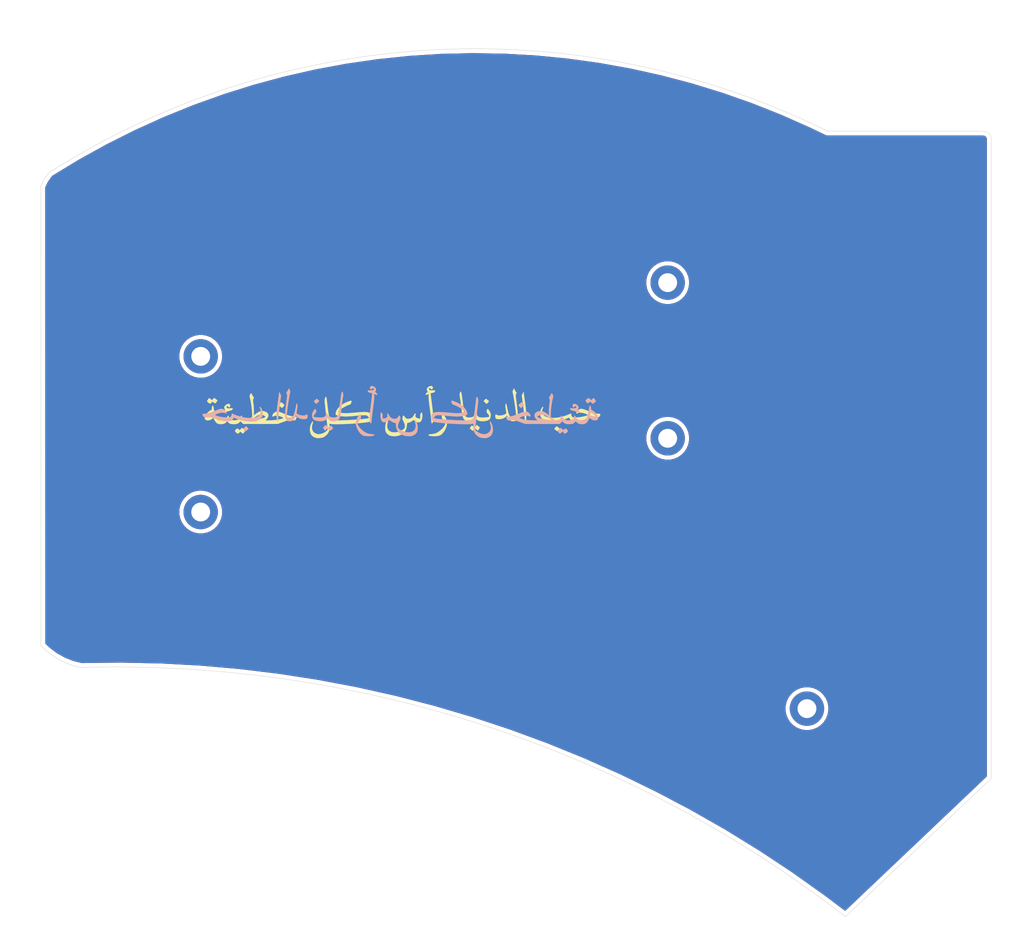
<source format=kicad_pcb>
(kicad_pcb (version 20171130) (host pcbnew 5.1.8)

  (general
    (thickness 1.6)
    (drawings 9)
    (tracks 0)
    (zones 0)
    (modules 9)
    (nets 1)
  )

  (page A4)
  (layers
    (0 F.Cu signal)
    (31 B.Cu signal)
    (32 B.Adhes user)
    (33 F.Adhes user)
    (34 B.Paste user)
    (35 F.Paste user)
    (36 B.SilkS user)
    (37 F.SilkS user)
    (38 B.Mask user)
    (39 F.Mask user)
    (40 Dwgs.User user)
    (41 Cmts.User user)
    (42 Eco1.User user)
    (43 Eco2.User user)
    (44 Edge.Cuts user)
    (45 Margin user)
    (46 B.CrtYd user)
    (47 F.CrtYd user)
    (48 B.Fab user)
    (49 F.Fab user)
  )

  (setup
    (last_trace_width 0.25)
    (trace_clearance 0.2)
    (zone_clearance 0.508)
    (zone_45_only no)
    (trace_min 0.2)
    (via_size 0.8)
    (via_drill 0.4)
    (via_min_size 0.4)
    (via_min_drill 0.3)
    (uvia_size 0.3)
    (uvia_drill 0.1)
    (uvias_allowed no)
    (uvia_min_size 0.2)
    (uvia_min_drill 0.1)
    (edge_width 0.05)
    (segment_width 0.2)
    (pcb_text_width 0.3)
    (pcb_text_size 1.5 1.5)
    (mod_edge_width 0.12)
    (mod_text_size 1 1)
    (mod_text_width 0.15)
    (pad_size 1.7526 2.0574)
    (pad_drill 1.0922)
    (pad_to_mask_clearance 0.051)
    (solder_mask_min_width 0.25)
    (aux_axis_origin 0 0)
    (visible_elements 7FFFFFFF)
    (pcbplotparams
      (layerselection 0x3ffff_ffffffff)
      (usegerberextensions false)
      (usegerberattributes false)
      (usegerberadvancedattributes false)
      (creategerberjobfile false)
      (excludeedgelayer true)
      (linewidth 0.100000)
      (plotframeref false)
      (viasonmask false)
      (mode 1)
      (useauxorigin false)
      (hpglpennumber 1)
      (hpglpenspeed 20)
      (hpglpendiameter 15.000000)
      (psnegative false)
      (psa4output false)
      (plotreference true)
      (plotvalue true)
      (plotinvisibletext false)
      (padsonsilk false)
      (subtractmaskfromsilk false)
      (outputformat 1)
      (mirror false)
      (drillshape 0)
      (scaleselection 1)
      (outputdirectory "gerber-bottom/"))
  )

  (net 0 "")

  (net_class Default "This is the default net class."
    (clearance 0.2)
    (trace_width 0.25)
    (via_dia 0.8)
    (via_drill 0.4)
    (uvia_dia 0.3)
    (uvia_drill 0.1)
  )

  (module footprints:hubb-ud-dunya (layer B.Cu) (tedit 0) (tstamp 5FB4FF86)
    (at 49 55 180)
    (fp_text reference G*** (at 0 0) (layer B.SilkS) hide
      (effects (font (size 1.524 1.524) (thickness 0.3)) (justify mirror))
    )
    (fp_text value LOGO (at 0.75 0) (layer B.SilkS) hide
      (effects (font (size 1.524 1.524) (thickness 0.3)) (justify mirror))
    )
    (fp_poly (pts (xy 4.132347 -2.156454) (xy 4.243147 -2.248509) (xy 4.309543 -2.318236) (xy 4.318 -2.335978)
      (xy 4.285347 -2.411533) (xy 4.208673 -2.511188) (xy 4.119905 -2.5991) (xy 4.05097 -2.639424)
      (xy 4.047612 -2.639535) (xy 3.974778 -2.607426) (xy 3.863213 -2.529286) (xy 3.818504 -2.492632)
      (xy 3.649208 -2.347795) (xy 3.797951 -2.181322) (xy 3.946694 -2.01485) (xy 4.132347 -2.156454)) (layer B.SilkS) (width 0.01))
    (fp_poly (pts (xy -5.62152 -2.010407) (xy -5.513494 -2.109985) (xy -5.448069 -2.1889) (xy -5.43952 -2.2098)
      (xy -5.466545 -2.279593) (xy -5.537578 -2.386794) (xy -5.55546 -2.409767) (xy -5.674815 -2.558935)
      (xy -5.845813 -2.425108) (xy -6.016812 -2.291282) (xy -6.2738 -2.594508) (xy -6.4643 -2.45754)
      (xy -6.577663 -2.368951) (xy -6.645869 -2.301981) (xy -6.6548 -2.284737) (xy -6.626825 -2.224103)
      (xy -6.558063 -2.12154) (xy -6.543748 -2.10235) (xy -6.466735 -2.000578) (xy -6.421032 -1.939919)
      (xy -6.418131 -1.936015) (xy -6.373272 -1.951536) (xy -6.277232 -2.013807) (xy -6.227956 -2.050176)
      (xy -6.052346 -2.18412) (xy -5.926225 -2.022968) (xy -5.800104 -1.861815) (xy -5.62152 -2.010407)) (layer B.SilkS) (width 0.01))
    (fp_poly (pts (xy 2.317262 0.31814) (xy 2.29005 0.216083) (xy 2.256141 0.144421) (xy 2.183959 -0.074306)
      (xy 2.172768 -0.308005) (xy 2.22197 -0.517521) (xy 2.267473 -0.598844) (xy 2.452795 -0.771702)
      (xy 2.716494 -0.898896) (xy 3.045794 -0.979634) (xy 3.427917 -1.013125) (xy 3.850087 -0.998578)
      (xy 4.299528 -0.935201) (xy 4.763462 -0.822202) (xy 4.944964 -0.764716) (xy 5.158929 -0.689045)
      (xy 5.355156 -0.613832) (xy 5.498827 -0.552574) (xy 5.523975 -0.540238) (xy 5.647946 -0.478518)
      (xy 5.705746 -0.470987) (xy 5.722573 -0.527408) (xy 5.723466 -0.617516) (xy 5.767989 -0.789409)
      (xy 5.846233 -0.877816) (xy 5.913129 -0.923524) (xy 5.992076 -0.950531) (xy 6.106544 -0.961496)
      (xy 6.280003 -0.959079) (xy 6.477 -0.949298) (xy 6.73603 -0.925363) (xy 7.007075 -0.884579)
      (xy 7.266711 -0.832204) (xy 7.491514 -0.773495) (xy 7.658062 -0.713712) (xy 7.735544 -0.666775)
      (xy 7.721468 -0.625186) (xy 7.630641 -0.569427) (xy 7.485402 -0.507769) (xy 7.308091 -0.448483)
      (xy 7.121049 -0.399843) (xy 6.946613 -0.370119) (xy 6.929809 -0.36842) (xy 6.685331 -0.371484)
      (xy 6.510709 -0.427503) (xy 6.40397 -0.478738) (xy 6.359506 -0.477544) (xy 6.350078 -0.419551)
      (xy 6.35 -0.401728) (xy 6.384437 -0.306007) (xy 6.472752 -0.178199) (xy 6.547223 -0.095623)
      (xy 6.681878 0.019317) (xy 6.81924 0.085661) (xy 6.976533 0.102824) (xy 7.170984 0.070222)
      (xy 7.419816 -0.012732) (xy 7.714451 -0.135282) (xy 8.124375 -0.303332) (xy 8.469684 -0.417913)
      (xy 8.768781 -0.484133) (xy 9.040068 -0.507095) (xy 9.0551 -0.507206) (xy 9.215845 -0.518659)
      (xy 9.286442 -0.562116) (xy 9.275284 -0.653281) (xy 9.204125 -0.786064) (xy 9.15506 -0.86048)
      (xy 9.102731 -0.904344) (xy 9.021913 -0.924445) (xy 8.887383 -0.927572) (xy 8.700767 -0.921531)
      (xy 8.529631 -0.917828) (xy 8.38375 -0.924561) (xy 8.238619 -0.946682) (xy 8.069736 -0.989138)
      (xy 7.852598 -1.05688) (xy 7.587183 -1.146462) (xy 7.271658 -1.250897) (xy 7.021716 -1.323316)
      (xy 6.808913 -1.370194) (xy 6.604803 -1.398002) (xy 6.424274 -1.411101) (xy 6.127294 -1.41632)
      (xy 5.906935 -1.389356) (xy 5.740639 -1.320071) (xy 5.605846 -1.198328) (xy 5.48 -1.013987)
      (xy 5.45871 -0.977168) (xy 5.412658 -0.989344) (xy 5.30059 -1.034518) (xy 5.17208 -1.091464)
      (xy 4.834374 -1.220825) (xy 4.451615 -1.325544) (xy 4.046778 -1.402935) (xy 3.642833 -1.450314)
      (xy 3.262755 -1.464997) (xy 2.929516 -1.444298) (xy 2.66609 -1.385535) (xy 2.663493 -1.384604)
      (xy 2.3372 -1.226646) (xy 2.09364 -1.019293) (xy 2.020744 -0.923372) (xy 1.950441 -0.739141)
      (xy 1.930011 -0.501745) (xy 1.954623 -0.243584) (xy 2.019451 0.002944) (xy 2.119665 0.205441)
      (xy 2.202976 0.29934) (xy 2.287336 0.34852) (xy 2.317262 0.31814)) (layer B.SilkS) (width 0.01))
    (fp_poly (pts (xy -7.724269 2.1844) (xy -7.690667 2.086201) (xy -7.652372 1.90354) (xy -7.608828 1.632758)
      (xy -7.559481 1.270196) (xy -7.503776 0.812195) (xy -7.466238 0.4826) (xy -7.43018 0.176614)
      (xy -7.39344 -0.10495) (xy -7.358894 -0.342145) (xy -7.329419 -0.515025) (xy -7.310635 -0.596105)
      (xy -7.205679 -0.790615) (xy -7.037939 -0.911289) (xy -6.800194 -0.962633) (xy -6.719127 -0.9652)
      (xy -6.412088 -0.929551) (xy -6.173957 -0.821255) (xy -6.000598 -0.638289) (xy -5.979204 -0.603018)
      (xy -5.888087 -0.4617) (xy -5.828516 -0.415177) (xy -5.79751 -0.462691) (xy -5.7912 -0.555171)
      (xy -5.74424 -0.731293) (xy -5.607561 -0.866329) (xy -5.50061 -0.918654) (xy -5.369293 -0.947483)
      (xy -5.18518 -0.961166) (xy -4.971528 -0.96133) (xy -4.751593 -0.949598) (xy -4.548632 -0.927597)
      (xy -4.385902 -0.89695) (xy -4.286659 -0.859283) (xy -4.267201 -0.832472) (xy -4.297798 -0.744569)
      (xy -4.375068 -0.616354) (xy -4.477232 -0.482593) (xy -4.507937 -0.448231) (xy -4.59008 -0.342452)
      (xy -4.610281 -0.241414) (xy -4.589647 -0.121937) (xy -4.547659 0.005173) (xy -4.500303 0.080483)
      (xy -4.490114 0.086563) (xy -4.428549 0.059007) (xy -4.342399 -0.035784) (xy -4.249061 -0.172526)
      (xy -4.165929 -0.325934) (xy -4.112961 -0.461621) (xy -4.082944 -0.690303) (xy -4.112393 -0.921958)
      (xy -4.194068 -1.117866) (xy -4.248562 -1.186707) (xy -4.431671 -1.305734) (xy -4.69674 -1.384847)
      (xy -5.030904 -1.420617) (xy -5.132918 -1.4224) (xy -5.439157 -1.392201) (xy -5.684318 -1.305114)
      (xy -5.854741 -1.166399) (xy -5.876708 -1.135924) (xy -5.954606 -1.017036) (xy -6.095542 -1.167909)
      (xy -6.223004 -1.280705) (xy -6.35378 -1.36255) (xy -6.372746 -1.37059) (xy -6.580307 -1.413906)
      (xy -6.824594 -1.414573) (xy -7.053809 -1.374783) (xy -7.152303 -1.337631) (xy -7.276184 -1.262275)
      (xy -7.375831 -1.163038) (xy -7.455981 -1.026748) (xy -7.521375 -0.840235) (xy -7.57675 -0.590328)
      (xy -7.626846 -0.263855) (xy -7.671113 0.104323) (xy -7.709933 0.437373) (xy -7.751835 0.768324)
      (xy -7.793245 1.070805) (xy -7.830589 1.318442) (xy -7.853859 1.452737) (xy -7.891558 1.663017)
      (xy -7.906942 1.805414) (xy -7.899785 1.911217) (xy -7.869857 2.011715) (xy -7.849406 2.062337)
      (xy -7.79155 2.180843) (xy -7.750193 2.211639) (xy -7.724269 2.1844)) (layer B.SilkS) (width 0.01))
    (fp_poly (pts (xy -1.168024 2.412576) (xy -1.094963 2.268944) (xy -1.018843 2.160102) (xy -0.999235 2.140767)
      (xy -0.947949 2.083867) (xy -0.951172 2.016344) (xy -0.994991 1.921911) (xy -1.021356 1.861688)
      (xy -1.037086 1.792082) (xy -1.04135 1.697492) (xy -1.033319 1.562312) (xy -1.012163 1.370938)
      (xy -0.977051 1.107767) (xy -0.936499 0.822121) (xy -0.866197 0.288425) (xy -0.822698 -0.155592)
      (xy -0.80646 -0.518376) (xy -0.817943 -0.808373) (xy -0.857606 -1.034029) (xy -0.925908 -1.20379)
      (xy -1.023307 -1.326103) (xy -1.054639 -1.352078) (xy -1.19892 -1.409435) (xy -1.39026 -1.421288)
      (xy -1.586143 -1.390072) (xy -1.74405 -1.318225) (xy -1.752115 -1.312106) (xy -1.857021 -1.199445)
      (xy -1.963037 -1.039638) (xy -2.005018 -0.958588) (xy -2.117705 -0.715363) (xy -2.281113 -0.883957)
      (xy -2.490645 -1.043077) (xy -2.753585 -1.136084) (xy -3.085395 -1.168285) (xy -3.109521 -1.1684)
      (xy -3.30315 -1.156222) (xy -3.424395 -1.11511) (xy -3.471927 -1.075499) (xy -3.537016 -0.941744)
      (xy -3.552884 -0.772674) (xy -3.515036 -0.624201) (xy -3.509033 -0.614061) (xy -3.462745 -0.570921)
      (xy -3.401713 -0.605031) (xy -3.379182 -0.626761) (xy -3.297925 -0.682333) (xy -3.178483 -0.711425)
      (xy -2.997116 -0.71783) (xy -2.8448 -0.712158) (xy -2.690873 -0.686321) (xy -2.515177 -0.631837)
      (xy -2.35303 -0.562572) (xy -2.239754 -0.492391) (xy -2.214429 -0.464689) (xy -2.208165 -0.392962)
      (xy -2.220216 -0.247809) (xy -2.247996 -0.055233) (xy -2.264262 0.036367) (xy -2.304641 0.27674)
      (xy -2.319489 0.444074) (xy -2.309896 0.563383) (xy -2.290167 0.629346) (xy -2.244844 0.725002)
      (xy -2.213658 0.757128) (xy -2.212577 0.756311) (xy -2.195322 0.701798) (xy -2.162599 0.567416)
      (xy -2.118977 0.372905) (xy -2.069023 0.138) (xy -2.064909 0.118144) (xy -1.981527 -0.251446)
      (xy -1.899442 -0.531069) (xy -1.811205 -0.73198) (xy -1.709365 -0.865436) (xy -1.586475 -0.942691)
      (xy -1.435085 -0.975002) (xy -1.339621 -0.977736) (xy -1.199922 -0.971953) (xy -1.101008 -0.950126)
      (xy -1.038479 -0.898211) (xy -1.007934 -0.802163) (xy -1.004974 -0.647938) (xy -1.025198 -0.421492)
      (xy -1.064208 -0.10878) (xy -1.065143 -0.1016) (xy -1.122092 0.320982) (xy -1.1805 0.727917)
      (xy -1.23818 1.106007) (xy -1.292947 1.442056) (xy -1.342612 1.722865) (xy -1.384989 1.935238)
      (xy -1.417891 2.065976) (xy -1.429087 2.094778) (xy -1.44206 2.196059) (xy -1.390684 2.347682)
      (xy -1.365329 2.399578) (xy -1.254655 2.6162) (xy -1.168024 2.412576)) (layer B.SilkS) (width 0.01))
    (fp_poly (pts (xy -0.076554 2.13829) (xy -0.064826 2.0574) (xy -0.05314 1.964112) (xy -0.030128 1.786709)
      (xy 0.002028 1.541775) (xy 0.041147 1.245892) (xy 0.085046 0.915645) (xy 0.108202 0.742107)
      (xy 0.176036 0.198339) (xy 0.221376 -0.250036) (xy 0.24453 -0.606634) (xy 0.246085 -0.868311)
      (xy 0.226533 -1.132913) (xy 0.192813 -1.311937) (xy 0.146495 -1.400287) (xy 0.089151 -1.392863)
      (xy 0.085513 -1.38938) (xy 0.062459 -1.319632) (xy 0.051314 -1.193971) (xy 0.051117 -1.172633)
      (xy 0.044513 -1.074295) (xy 0.025744 -0.890741) (xy -0.003361 -0.63739) (xy -0.040972 -0.329656)
      (xy -0.08526 0.017044) (xy -0.131182 0.363503) (xy -0.3138 1.717605) (xy -0.198143 1.963703)
      (xy -0.131229 2.102566) (xy -0.09479 2.157886) (xy -0.076554 2.13829)) (layer B.SilkS) (width 0.01))
    (fp_poly (pts (xy -4.624962 1.290804) (xy -4.519574 1.215365) (xy -4.472849 1.177614) (xy -4.301335 1.034428)
      (xy -4.420821 0.872814) (xy -4.510325 0.769557) (xy -4.583966 0.714177) (xy -4.596989 0.7112)
      (xy -4.663994 0.745146) (xy -4.766497 0.8307) (xy -4.812608 0.8763) (xy -4.971547 1.0414)
      (xy -4.85041 1.1811) (xy -4.759846 1.273291) (xy -4.693607 1.319539) (xy -4.686818 1.3208)
      (xy -4.624962 1.290804)) (layer B.SilkS) (width 0.01))
  )

  (module footprints:rasu-kulli-khatiah (layer B.Cu) (tedit 0) (tstamp 5FB4FF7A)
    (at 73 55 180)
    (fp_text reference G*** (at 0 0) (layer B.SilkS) hide
      (effects (font (size 1.524 1.524) (thickness 0.3)) (justify mirror))
    )
    (fp_text value LOGO (at 0.75 0) (layer B.SilkS) hide
      (effects (font (size 1.524 1.524) (thickness 0.3)) (justify mirror))
    )
    (fp_poly (pts (xy -0.190731 1.573579) (xy -0.177824 1.562621) (xy -0.165182 1.530989) (xy -0.151077 1.467741)
      (xy -0.13378 1.36194) (xy -0.111563 1.202645) (xy -0.082697 0.978918) (xy -0.045454 0.679819)
      (xy 0.001894 0.294409) (xy 0.019927 0.14727) (xy 0.067443 -0.213275) (xy 0.115062 -0.524506)
      (xy 0.160293 -0.772349) (xy 0.200648 -0.942733) (xy 0.22424 -1.00757) (xy 0.305962 -1.131915)
      (xy 0.413203 -1.219612) (xy 0.563353 -1.276364) (xy 0.773805 -1.307872) (xy 1.061951 -1.319839)
      (xy 1.178577 -1.320471) (xy 1.49995 -1.316625) (xy 1.864699 -1.306063) (xy 2.259743 -1.289741)
      (xy 2.672004 -1.268614) (xy 3.088403 -1.243639) (xy 3.495863 -1.215772) (xy 3.881304 -1.185968)
      (xy 4.231647 -1.155183) (xy 4.533815 -1.124373) (xy 4.774727 -1.094494) (xy 4.941306 -1.066502)
      (xy 5.020474 -1.041354) (xy 5.02262 -1.039512) (xy 5.02657 -0.973654) (xy 4.969251 -0.879345)
      (xy 4.873989 -0.784404) (xy 4.764111 -0.716647) (xy 4.746375 -0.710069) (xy 4.67999 -0.693671)
      (xy 4.591928 -0.683905) (xy 4.471418 -0.681361) (xy 4.307691 -0.686632) (xy 4.089973 -0.700308)
      (xy 3.807496 -0.72298) (xy 3.449487 -0.755239) (xy 3.005176 -0.797677) (xy 2.8194 -0.815817)
      (xy 2.26496 -0.846214) (xy 1.759352 -0.825702) (xy 1.32066 -0.755234) (xy 1.2319 -0.732276)
      (xy 1.078117 -0.684746) (xy 0.99883 -0.63919) (xy 0.969754 -0.57381) (xy 0.966315 -0.49388)
      (xy 1.016129 -0.234097) (xy 1.155829 0.034719) (xy 1.375941 0.300389) (xy 1.666991 0.550732)
      (xy 1.898861 0.704961) (xy 2.097525 0.813253) (xy 2.312933 0.913472) (xy 2.523409 0.997628)
      (xy 2.707277 1.057726) (xy 2.842861 1.085774) (xy 2.906279 1.076441) (xy 2.919443 1.001243)
      (xy 2.889677 0.880088) (xy 2.832853 0.749872) (xy 2.764842 0.647492) (xy 2.705461 0.609601)
      (xy 2.600535 0.584502) (xy 2.433189 0.517326) (xy 2.226904 0.420247) (xy 2.00516 0.305444)
      (xy 1.791436 0.185093) (xy 1.609215 0.071371) (xy 1.481977 -0.023545) (xy 1.478391 -0.026752)
      (xy 1.359715 -0.147492) (xy 1.316051 -0.236609) (xy 1.353624 -0.302135) (xy 1.478659 -0.352098)
      (xy 1.69738 -0.394527) (xy 1.77206 -0.405557) (xy 1.89176 -0.420417) (xy 2.015297 -0.430087)
      (xy 2.154766 -0.434025) (xy 2.322261 -0.431695) (xy 2.529878 -0.422555) (xy 2.789711 -0.406068)
      (xy 3.113855 -0.381694) (xy 3.514404 -0.348895) (xy 4.003453 -0.307129) (xy 4.028321 -0.30498)
      (xy 4.454736 -0.283478) (xy 4.792115 -0.302104) (xy 5.045631 -0.362942) (xy 5.220457 -0.468074)
      (xy 5.321763 -0.619584) (xy 5.354724 -0.819554) (xy 5.354535 -0.839112) (xy 5.327528 -1.052528)
      (xy 5.263776 -1.250015) (xy 5.175545 -1.404266) (xy 5.075099 -1.487977) (xy 5.061076 -1.492435)
      (xy 4.84553 -1.535905) (xy 4.558286 -1.577886) (xy 4.21251 -1.617731) (xy 3.821367 -1.654793)
      (xy 3.398023 -1.688426) (xy 2.955644 -1.717983) (xy 2.507394 -1.742817) (xy 2.06644 -1.762283)
      (xy 1.645947 -1.775733) (xy 1.259081 -1.78252) (xy 0.919007 -1.781999) (xy 0.63889 -1.773523)
      (xy 0.431897 -1.756445) (xy 0.311193 -1.730118) (xy 0.302788 -1.726123) (xy 0.255525 -1.706956)
      (xy 0.227397 -1.723529) (xy 0.214163 -1.793438) (xy 0.211583 -1.934283) (xy 0.214037 -2.094423)
      (xy 0.211195 -2.348892) (xy 0.18755 -2.53891) (xy 0.137867 -2.700422) (xy 0.119582 -2.7432)
      (xy -0.02358 -2.971386) (xy -0.227437 -3.183567) (xy -0.455706 -3.344182) (xy -0.529706 -3.379599)
      (xy -0.716302 -3.433361) (xy -0.948945 -3.468343) (xy -1.182669 -3.480384) (xy -1.372504 -3.465326)
      (xy -1.397 -3.459817) (xy -1.626648 -3.37666) (xy -1.831222 -3.260091) (xy -1.941283 -3.165641)
      (xy -2.082343 -2.939743) (xy -2.162547 -2.656004) (xy -2.179134 -2.339937) (xy -2.12934 -2.017055)
      (xy -2.081687 -1.868805) (xy -1.990908 -1.65873) (xy -1.908298 -1.513394) (xy -1.841944 -1.437028)
      (xy -1.799931 -1.433865) (xy -1.790343 -1.508136) (xy -1.821266 -1.664073) (xy -1.845118 -1.744981)
      (xy -1.917592 -2.062099) (xy -1.91526 -2.331086) (xy -1.837756 -2.572954) (xy -1.8305 -2.587469)
      (xy -1.688368 -2.766097) (xy -1.480399 -2.905049) (xy -1.240268 -2.985156) (xy -1.110782 -2.9972)
      (xy -0.819756 -2.95998) (xy -0.523452 -2.859427) (xy -0.266499 -2.712199) (xy -0.198492 -2.656702)
      (xy 0.003363 -2.474338) (xy -0.028515 -2.164269) (xy -0.042349 -2.034619) (xy -0.065856 -1.819824)
      (xy -0.097281 -1.535691) (xy -0.134869 -1.198031) (xy -0.176862 -0.822652) (xy -0.221506 -0.425363)
      (xy -0.233054 -0.322882) (xy -0.28196 0.114538) (xy -0.319552 0.462957) (xy -0.346496 0.734263)
      (xy -0.36346 0.940348) (xy -0.371111 1.093099) (xy -0.370113 1.204408) (xy -0.361135 1.286164)
      (xy -0.344843 1.350256) (xy -0.329176 1.391618) (xy -0.26951 1.508416) (xy -0.216231 1.571302)
      (xy -0.205631 1.5748) (xy -0.190731 1.573579)) (layer B.SilkS) (width 0.01))
    (fp_poly (pts (xy 11.527378 -0.43829) (xy 11.557553 -0.631074) (xy 11.560716 -0.665863) (xy 11.556443 -0.926272)
      (xy 11.505101 -1.168275) (xy 11.415468 -1.366657) (xy 11.29632 -1.496203) (xy 11.265604 -1.513639)
      (xy 11.069852 -1.554875) (xy 10.851758 -1.518633) (xy 10.645807 -1.411654) (xy 10.613569 -1.386149)
      (xy 10.4648 -1.260968) (xy 10.310822 -1.390531) (xy 10.15332 -1.491377) (xy 9.958057 -1.57532)
      (xy 9.775381 -1.622031) (xy 9.7282 -1.625789) (xy 9.700827 -1.672515) (xy 9.679104 -1.793856)
      (xy 9.668289 -1.95126) (xy 9.612104 -2.308026) (xy 9.467227 -2.617575) (xy 9.23729 -2.875096)
      (xy 8.925927 -3.075778) (xy 8.76774 -3.143463) (xy 8.474072 -3.220659) (xy 8.153936 -3.251276)
      (xy 7.84376 -3.235003) (xy 7.579972 -3.171527) (xy 7.537902 -3.154013) (xy 7.371901 -3.050056)
      (xy 7.216818 -2.90851) (xy 7.182886 -2.867749) (xy 7.101725 -2.745518) (xy 7.053775 -2.61998)
      (xy 7.028151 -2.454065) (xy 7.018325 -2.307261) (xy 7.032845 -1.932054) (xy 7.112549 -1.601035)
      (xy 7.252477 -1.334263) (xy 7.262048 -1.321558) (xy 7.345709 -1.235429) (xy 7.390856 -1.237971)
      (xy 7.394495 -1.322665) (xy 7.35363 -1.482993) (xy 7.346313 -1.504896) (xy 7.265614 -1.854615)
      (xy 7.272502 -2.157671) (xy 7.361289 -2.407689) (xy 7.526291 -2.598293) (xy 7.761823 -2.723107)
      (xy 8.062197 -2.775754) (xy 8.42173 -2.749859) (xy 8.451637 -2.744438) (xy 8.713794 -2.673035)
      (xy 8.969268 -2.56536) (xy 9.189664 -2.436283) (xy 9.346584 -2.300677) (xy 9.378169 -2.259229)
      (xy 9.434927 -2.083281) (xy 9.411824 -1.849229) (xy 9.3086 -1.555454) (xy 9.24285 -1.416954)
      (xy 9.16097 -1.245021) (xy 9.122643 -1.125189) (xy 9.120838 -1.021443) (xy 9.144426 -0.912815)
      (xy 9.188159 -0.787294) (xy 9.231998 -0.716785) (xy 9.244098 -0.7112) (xy 9.299491 -0.749169)
      (xy 9.381056 -0.843602) (xy 9.404793 -0.8763) (xy 9.508943 -1.013636) (xy 9.600344 -1.085298)
      (xy 9.718835 -1.112542) (xy 9.8552 -1.116632) (xy 10.11891 -1.074799) (xy 10.330628 -0.946398)
      (xy 10.493611 -0.729323) (xy 10.513197 -0.690763) (xy 10.584269 -0.557905) (xy 10.642513 -0.4733)
      (xy 10.664065 -0.4572) (xy 10.728894 -0.489382) (xy 10.734196 -0.592147) (xy 10.714955 -0.673805)
      (xy 10.707263 -0.83716) (xy 10.791041 -0.961963) (xy 10.96857 -1.051229) (xy 11.009604 -1.063466)
      (xy 11.18138 -1.095615) (xy 11.277509 -1.067573) (xy 11.310485 -0.969679) (xy 11.300407 -0.838622)
      (xy 11.297254 -0.622301) (xy 11.353358 -0.458054) (xy 11.42589 -0.352391) (xy 11.483693 -0.3456)
      (xy 11.527378 -0.43829)) (layer B.SilkS) (width 0.01))
    (fp_poly (pts (xy 14.123212 -0.602488) (xy 14.236213 -0.732566) (xy 14.26818 -0.777779) (xy 14.446908 -1.103673)
      (xy 14.548378 -1.439884) (xy 14.565279 -1.761335) (xy 14.562531 -1.787609) (xy 14.491139 -2.101735)
      (xy 14.359543 -2.416143) (xy 14.182866 -2.707082) (xy 13.97623 -2.950798) (xy 13.754756 -3.123539)
      (xy 13.691035 -3.156458) (xy 13.520929 -3.205041) (xy 13.285052 -3.235838) (xy 13.017849 -3.24779)
      (xy 12.753764 -3.239837) (xy 12.52724 -3.210919) (xy 12.4587 -3.194365) (xy 12.323582 -3.14041)
      (xy 12.285819 -3.088248) (xy 12.341189 -3.042014) (xy 12.485474 -3.005842) (xy 12.671039 -2.986338)
      (xy 12.955674 -2.951824) (xy 13.195964 -2.88066) (xy 13.341571 -2.814557) (xy 13.596635 -2.657062)
      (xy 13.850311 -2.450409) (xy 14.073885 -2.221513) (xy 14.238644 -1.997293) (xy 14.265676 -1.948283)
      (xy 14.371212 -1.741416) (xy 14.266758 -1.543808) (xy 14.165619 -1.37045) (xy 14.052599 -1.200821)
      (xy 14.035506 -1.177612) (xy 13.954838 -1.049539) (xy 13.929491 -0.928158) (xy 13.942467 -0.783912)
      (xy 13.981261 -0.628068) (xy 14.039869 -0.567624) (xy 14.123212 -0.602488)) (layer B.SilkS) (width 0.01))
    (fp_poly (pts (xy -10.415851 -2.264924) (xy -10.311374 -2.340494) (xy -10.247313 -2.391679) (xy -10.057476 -2.548158)
      (xy -10.146838 -2.700385) (xy -10.242908 -2.846696) (xy -10.322397 -2.907274) (xy -10.409647 -2.889375)
      (xy -10.516704 -2.810676) (xy -10.681575 -2.671946) (xy -10.790996 -2.809173) (xy -10.88092 -2.90737)
      (xy -10.958801 -2.936485) (xy -11.053682 -2.895703) (xy -11.177919 -2.798304) (xy -11.283948 -2.704334)
      (xy -11.322746 -2.640296) (xy -11.305166 -2.571119) (xy -11.268304 -2.506204) (xy -11.165266 -2.361823)
      (xy -11.069175 -2.307999) (xy -10.957751 -2.337984) (xy -10.880514 -2.388746) (xy -10.721489 -2.506319)
      (xy -10.614858 -2.370759) (xy -10.533218 -2.278976) (xy -10.476135 -2.235699) (xy -10.472688 -2.2352)
      (xy -10.415851 -2.264924)) (layer B.SilkS) (width 0.01))
    (fp_poly (pts (xy -9.282054 1.947216) (xy -9.249526 1.869026) (xy -9.176158 1.71699) (xy -9.088192 1.59487)
      (xy -9.020378 1.508916) (xy -9.016479 1.432921) (xy -9.05994 1.336) (xy -9.093748 1.256967)
      (xy -9.109568 1.169212) (xy -9.107407 1.048426) (xy -9.087277 0.870297) (xy -9.060193 0.683116)
      (xy -9.027098 0.402006) (xy -9.005541 0.09578) (xy -8.998924 -0.181896) (xy -9.000567 -0.257305)
      (xy -9.017 -0.692411) (xy -8.724471 -0.477003) (xy -8.450598 -0.297675) (xy -8.213597 -0.195338)
      (xy -7.993321 -0.162893) (xy -7.863457 -0.173593) (xy -7.579976 -0.25279) (xy -7.377633 -0.380764)
      (xy -7.260634 -0.547876) (xy -7.233183 -0.744482) (xy -7.299487 -0.960941) (xy -7.43499 -1.155954)
      (xy -7.592043 -1.334828) (xy -6.907522 -1.307317) (xy -6.575372 -1.28496) (xy -6.250788 -1.246861)
      (xy -5.952967 -1.196749) (xy -5.701106 -1.138351) (xy -5.514403 -1.075395) (xy -5.418163 -1.01813)
      (xy -5.437376 -0.981008) (xy -5.531124 -0.926792) (xy -5.67585 -0.864848) (xy -5.847995 -0.804542)
      (xy -6.024001 -0.75524) (xy -6.137268 -0.732231) (xy -6.391522 -0.740805) (xy -6.523946 -0.782515)
      (xy -6.662661 -0.839306) (xy -6.731238 -0.854003) (xy -6.754284 -0.821208) (xy -6.756403 -0.735525)
      (xy -6.7564 -0.73152) (xy -6.713926 -0.593921) (xy -6.606318 -0.449218) (xy -6.463299 -0.326705)
      (xy -6.314591 -0.255674) (xy -6.266181 -0.248376) (xy -6.10886 -0.247773) (xy -5.966266 -0.264019)
      (xy -5.812054 -0.303989) (xy -5.619879 -0.374555) (xy -5.363396 -0.48259) (xy -5.355742 -0.485914)
      (xy -4.887964 -0.669505) (xy -4.469023 -0.793919) (xy -4.110303 -0.856047) (xy -3.9751 -0.862849)
      (xy -3.843183 -0.86906) (xy -3.766811 -0.883791) (xy -3.7592 -0.891023) (xy -3.780313 -0.949078)
      (xy -3.833472 -1.063006) (xy -3.861013 -1.118017) (xy -3.962826 -1.317586) (xy -4.356313 -1.287697)
      (xy -4.516367 -1.27755) (xy -4.648219 -1.277929) (xy -4.775487 -1.293585) (xy -4.921789 -1.329267)
      (xy -5.110742 -1.389724) (xy -5.365964 -1.479706) (xy -5.4356 -1.504746) (xy -6.1214 -1.751684)
      (xy -8.214078 -1.752142) (xy -10.306755 -1.7526) (xy -10.648931 -1.420952) (xy -10.765083 -1.544591)
      (xy -10.914564 -1.669554) (xy -11.092148 -1.743334) (xy -11.322479 -1.772975) (xy -11.553784 -1.770027)
      (xy -11.755959 -1.756035) (xy -11.889354 -1.731726) (xy -11.986789 -1.686102) (xy -12.081081 -1.608168)
      (xy -12.1049 -1.585365) (xy -12.275603 -1.419913) (xy -12.373382 -1.527957) (xy -12.555607 -1.675665)
      (xy -12.783818 -1.756211) (xy -13.045565 -1.778) (xy -13.26366 -1.764026) (xy -13.426255 -1.715085)
      (xy -13.517988 -1.662639) (xy -13.643425 -1.546934) (xy -13.766844 -1.383074) (xy -13.800878 -1.323573)
      (xy -9.3726 -1.323573) (xy -9.0932 -1.291544) (xy -8.895987 -1.264439) (xy -8.653777 -1.224916)
      (xy -8.4328 -1.184173) (xy -8.204982 -1.131264) (xy -7.978804 -1.065977) (xy -7.808908 -1.004674)
      (xy -7.669691 -0.941501) (xy -7.609671 -0.897142) (xy -7.613666 -0.852793) (xy -7.649951 -0.807771)
      (xy -7.80363 -0.70072) (xy -8.014329 -0.634181) (xy -8.241665 -0.619775) (xy -8.287233 -0.624393)
      (xy -8.49259 -0.687305) (xy -8.740956 -0.821368) (xy -9.014732 -1.016192) (xy -9.1694 -1.145162)
      (xy -9.3726 -1.323573) (xy -13.800878 -1.323573) (xy -13.8176 -1.294339) (xy -13.889515 -1.151826)
      (xy -13.94115 -1.050834) (xy -13.957501 -1.020033) (xy -13.998572 -1.035298) (xy -14.080238 -1.101579)
      (xy -14.084501 -1.105549) (xy -14.259936 -1.228788) (xy -14.452083 -1.299134) (xy -14.641911 -1.319241)
      (xy -14.810393 -1.291765) (xy -14.9385 -1.219361) (xy -15.007203 -1.104682) (xy -15.004966 -0.977126)
      (xy -14.946274 -0.827201) (xy -14.703155 -0.827201) (xy -14.41099 -0.802973) (xy -14.241654 -0.780342)
      (xy -14.111374 -0.747383) (xy -14.061837 -0.721756) (xy -14.030078 -0.622468) (xy -14.050925 -0.507376)
      (xy -14.097 -0.349984) (xy -14.320243 -0.468354) (xy -14.470446 -0.563721) (xy -14.59077 -0.667233)
      (xy -14.62332 -0.706963) (xy -14.703155 -0.827201) (xy -14.946274 -0.827201) (xy -14.874901 -0.644887)
      (xy -14.662563 -0.357236) (xy -14.384098 -0.134688) (xy -14.309352 -0.09331) (xy -14.1802 -0.011585)
      (xy -14.139737 0.060755) (xy -14.144967 0.087136) (xy -14.150885 0.180342) (xy -14.127508 0.306437)
      (xy -14.086426 0.426107) (xy -14.03923 0.500038) (xy -14.020897 0.508) (xy -13.983311 0.463862)
      (xy -13.948935 0.356257) (xy -13.946218 0.3429) (xy -13.851775 -0.121004) (xy -13.765035 -0.491222)
      (xy -13.683814 -0.775183) (xy -13.60593 -0.980319) (xy -13.529197 -1.11406) (xy -13.511846 -1.135097)
      (xy -13.428901 -1.219776) (xy -13.349011 -1.267808) (xy -13.240066 -1.289484) (xy -13.069954 -1.295095)
      (xy -13.012297 -1.295192) (xy -12.739185 -1.274991) (xy -12.538758 -1.206732) (xy -12.388698 -1.078376)
      (xy -12.276717 -0.898421) (xy -12.194697 -0.761877) (xy -12.133313 -0.717831) (xy -12.097549 -0.767517)
      (xy -12.0904 -0.852296) (xy -12.045917 -1.044916) (xy -11.918573 -1.189321) (xy -11.717531 -1.280361)
      (xy -11.451949 -1.312889) (xy -11.285978 -1.30442) (xy -11.018014 -1.247195) (xy -10.820874 -1.131129)
      (xy -10.674941 -0.943678) (xy -10.651117 -0.898421) (xy -10.569376 -0.762585) (xy -10.507549 -0.717209)
      (xy -10.471552 -0.7641) (xy -10.4648 -0.841539) (xy -10.423347 -1.041279) (xy -10.296742 -1.187101)
      (xy -10.182943 -1.2489) (xy -9.980437 -1.312286) (xy -9.809039 -1.307676) (xy -9.638843 -1.228745)
      (xy -9.473089 -1.098761) (xy -9.220759 -0.876722) (xy -9.227475 -0.476461) (xy -9.242106 -0.194509)
      (xy -9.274828 0.145858) (xy -9.321048 0.511174) (xy -9.376173 0.867976) (xy -9.435608 1.182797)
      (xy -9.481966 1.377544) (xy -9.523902 1.54686) (xy -9.534044 1.657994) (xy -9.512167 1.749339)
      (xy -9.47936 1.818823) (xy -9.39701 1.955725) (xy -9.334612 1.997786) (xy -9.282054 1.947216)) (layer B.SilkS) (width 0.01))
    (fp_poly (pts (xy 12.744747 2.857835) (xy 12.799812 2.79734) (xy 12.846996 2.679146) (xy 12.826464 2.58439)
      (xy 12.776835 2.51161) (xy 12.719177 2.446934) (xy 12.673458 2.455156) (xy 12.609647 2.529778)
      (xy 12.505016 2.614433) (xy 12.431212 2.613243) (xy 12.354419 2.559856) (xy 12.368048 2.483843)
      (xy 12.429677 2.41118) (xy 12.50839 2.360958) (xy 12.629449 2.341574) (xy 12.810677 2.347293)
      (xy 12.980094 2.35492) (xy 13.070546 2.343707) (xy 13.103614 2.309406) (xy 13.105622 2.289242)
      (xy 13.080382 2.178488) (xy 12.994481 2.104902) (xy 12.828697 2.053203) (xy 12.8016 2.047559)
      (xy 12.573 2.001605) (xy 12.588364 1.775503) (xy 12.59963 1.659298) (xy 12.622564 1.460563)
      (xy 12.654919 1.197413) (xy 12.694447 0.88796) (xy 12.738901 0.550318) (xy 12.758238 0.4064)
      (xy 12.828793 -0.170941) (xy 12.872069 -0.656457) (xy 12.888085 -1.049063) (xy 12.876862 -1.347676)
      (xy 12.838419 -1.55121) (xy 12.772777 -1.658583) (xy 12.719964 -1.6764) (xy 12.671373 -1.638302)
      (xy 12.650577 -1.516454) (xy 12.6492 -1.453279) (xy 12.642393 -1.343085) (xy 12.62323 -1.148407)
      (xy 12.593592 -0.885359) (xy 12.555362 -0.570052) (xy 12.510423 -0.218602) (xy 12.46668 0.108821)
      (xy 12.41032 0.539954) (xy 12.365268 0.921325) (xy 12.332661 1.241355) (xy 12.313636 1.488467)
      (xy 12.309331 1.651081) (xy 12.31164 1.68702) (xy 12.33912 1.926239) (xy 12.164598 1.843015)
      (xy 12.045754 1.796074) (xy 11.969987 1.784068) (xy 11.962135 1.787731) (xy 11.956446 1.855337)
      (xy 12.000954 1.95688) (xy 12.073618 2.054853) (xy 12.152394 2.111753) (xy 12.152619 2.111825)
      (xy 12.218859 2.143278) (xy 12.203593 2.19238) (xy 12.170309 2.231101) (xy 12.102254 2.3731)
      (xy 12.105098 2.537049) (xy 12.155515 2.643932) (xy 12.299022 2.780005) (xy 12.461453 2.864916)
      (xy 12.618222 2.892811) (xy 12.744747 2.857835)) (layer B.SilkS) (width 0.01))
    (fp_poly (pts (xy -12.004095 0.690221) (xy -11.91429 0.603891) (xy -11.8872 0.478661) (xy -11.921423 0.359026)
      (xy -11.965652 0.302932) (xy -12.033838 0.268764) (xy -12.09502 0.312673) (xy -12.121058 0.34769)
      (xy -12.193989 0.422486) (xy -12.273802 0.415838) (xy -12.300821 0.402536) (xy -12.370233 0.357296)
      (xy -12.365442 0.309839) (xy -12.310515 0.24421) (xy -12.244012 0.187154) (xy -12.157607 0.160441)
      (xy -12.02035 0.158192) (xy -11.8999 0.166203) (xy -11.735669 0.176931) (xy -11.620959 0.17992)
      (xy -11.5824 0.175258) (xy -11.616266 0.049943) (xy -11.697267 -0.056105) (xy -11.794509 -0.102847)
      (xy -11.797043 -0.102911) (xy -11.898947 -0.120632) (xy -12.065226 -0.166044) (xy -12.265742 -0.229557)
      (xy -12.470358 -0.301579) (xy -12.648937 -0.372517) (xy -12.6619 -0.378168) (xy -12.734103 -0.387119)
      (xy -12.7508 -0.333209) (xy -12.715761 -0.242667) (xy -12.630845 -0.138066) (xy -12.625036 -0.132594)
      (xy -12.544024 -0.046269) (xy -12.533804 0.017102) (xy -12.57262 0.080881) (xy -12.639031 0.217427)
      (xy -12.618807 0.351687) (xy -12.508106 0.500485) (xy -12.467783 0.540102) (xy -12.299556 0.660307)
      (xy -12.138755 0.709687) (xy -12.004095 0.690221)) (layer B.SilkS) (width 0.01))
    (fp_poly (pts (xy -5.482083 0.752422) (xy -5.367793 0.653555) (xy -5.295878 0.577841) (xy -5.2832 0.554196)
      (xy -5.313694 0.492243) (xy -5.386776 0.394182) (xy -5.474851 0.292598) (xy -5.550323 0.220075)
      (xy -5.579816 0.203956) (xy -5.634711 0.234592) (xy -5.738104 0.312059) (xy -5.811004 0.371898)
      (xy -6.008607 0.539085) (xy -5.680965 0.912249) (xy -5.482083 0.752422)) (layer B.SilkS) (width 0.01))
    (fp_poly (pts (xy -14.296916 1.289451) (xy -14.121593 1.155726) (xy -14.01671 1.289063) (xy -13.92477 1.385937)
      (xy -13.839641 1.41058) (xy -13.734458 1.361805) (xy -13.620698 1.271591) (xy -13.449196 1.124911)
      (xy -13.561341 0.943456) (xy -13.651234 0.815709) (xy -13.730192 0.771712) (xy -13.830442 0.805302)
      (xy -13.93183 0.872593) (xy -14.087143 0.983186) (xy -14.19558 0.847193) (xy -14.284811 0.74977)
      (xy -14.361688 0.722316) (xy -14.456396 0.765243) (xy -14.567358 0.852267) (xy -14.669717 0.94781)
      (xy -14.727596 1.021272) (xy -14.732458 1.036605) (xy -14.703701 1.102595) (xy -14.632315 1.212058)
      (xy -14.602119 1.252893) (xy -14.472238 1.423176) (xy -14.296916 1.289451)) (layer B.SilkS) (width 0.01))
  )

  (module footprints:rasu-kulli-khatiah (layer F.Cu) (tedit 0) (tstamp 5FB4FF61)
    (at 55 55)
    (fp_text reference G*** (at 0 0) (layer F.SilkS) hide
      (effects (font (size 1.524 1.524) (thickness 0.3)))
    )
    (fp_text value LOGO (at 0.75 0) (layer F.SilkS) hide
      (effects (font (size 1.524 1.524) (thickness 0.3)))
    )
    (fp_poly (pts (xy -14.296916 -1.289451) (xy -14.121593 -1.155726) (xy -14.01671 -1.289063) (xy -13.92477 -1.385937)
      (xy -13.839641 -1.41058) (xy -13.734458 -1.361805) (xy -13.620698 -1.271591) (xy -13.449196 -1.124911)
      (xy -13.561341 -0.943456) (xy -13.651234 -0.815709) (xy -13.730192 -0.771712) (xy -13.830442 -0.805302)
      (xy -13.93183 -0.872593) (xy -14.087143 -0.983186) (xy -14.19558 -0.847193) (xy -14.284811 -0.74977)
      (xy -14.361688 -0.722316) (xy -14.456396 -0.765243) (xy -14.567358 -0.852267) (xy -14.669717 -0.94781)
      (xy -14.727596 -1.021272) (xy -14.732458 -1.036605) (xy -14.703701 -1.102595) (xy -14.632315 -1.212058)
      (xy -14.602119 -1.252893) (xy -14.472238 -1.423176) (xy -14.296916 -1.289451)) (layer F.SilkS) (width 0.01))
    (fp_poly (pts (xy -5.482083 -0.752422) (xy -5.367793 -0.653555) (xy -5.295878 -0.577841) (xy -5.2832 -0.554196)
      (xy -5.313694 -0.492243) (xy -5.386776 -0.394182) (xy -5.474851 -0.292598) (xy -5.550323 -0.220075)
      (xy -5.579816 -0.203956) (xy -5.634711 -0.234592) (xy -5.738104 -0.312059) (xy -5.811004 -0.371898)
      (xy -6.008607 -0.539085) (xy -5.680965 -0.912249) (xy -5.482083 -0.752422)) (layer F.SilkS) (width 0.01))
    (fp_poly (pts (xy -12.004095 -0.690221) (xy -11.91429 -0.603891) (xy -11.8872 -0.478661) (xy -11.921423 -0.359026)
      (xy -11.965652 -0.302932) (xy -12.033838 -0.268764) (xy -12.09502 -0.312673) (xy -12.121058 -0.34769)
      (xy -12.193989 -0.422486) (xy -12.273802 -0.415838) (xy -12.300821 -0.402536) (xy -12.370233 -0.357296)
      (xy -12.365442 -0.309839) (xy -12.310515 -0.24421) (xy -12.244012 -0.187154) (xy -12.157607 -0.160441)
      (xy -12.02035 -0.158192) (xy -11.8999 -0.166203) (xy -11.735669 -0.176931) (xy -11.620959 -0.17992)
      (xy -11.5824 -0.175258) (xy -11.616266 -0.049943) (xy -11.697267 0.056105) (xy -11.794509 0.102847)
      (xy -11.797043 0.102911) (xy -11.898947 0.120632) (xy -12.065226 0.166044) (xy -12.265742 0.229557)
      (xy -12.470358 0.301579) (xy -12.648937 0.372517) (xy -12.6619 0.378168) (xy -12.734103 0.387119)
      (xy -12.7508 0.333209) (xy -12.715761 0.242667) (xy -12.630845 0.138066) (xy -12.625036 0.132594)
      (xy -12.544024 0.046269) (xy -12.533804 -0.017102) (xy -12.57262 -0.080881) (xy -12.639031 -0.217427)
      (xy -12.618807 -0.351687) (xy -12.508106 -0.500485) (xy -12.467783 -0.540102) (xy -12.299556 -0.660307)
      (xy -12.138755 -0.709687) (xy -12.004095 -0.690221)) (layer F.SilkS) (width 0.01))
    (fp_poly (pts (xy 12.744747 -2.857835) (xy 12.799812 -2.79734) (xy 12.846996 -2.679146) (xy 12.826464 -2.58439)
      (xy 12.776835 -2.51161) (xy 12.719177 -2.446934) (xy 12.673458 -2.455156) (xy 12.609647 -2.529778)
      (xy 12.505016 -2.614433) (xy 12.431212 -2.613243) (xy 12.354419 -2.559856) (xy 12.368048 -2.483843)
      (xy 12.429677 -2.41118) (xy 12.50839 -2.360958) (xy 12.629449 -2.341574) (xy 12.810677 -2.347293)
      (xy 12.980094 -2.35492) (xy 13.070546 -2.343707) (xy 13.103614 -2.309406) (xy 13.105622 -2.289242)
      (xy 13.080382 -2.178488) (xy 12.994481 -2.104902) (xy 12.828697 -2.053203) (xy 12.8016 -2.047559)
      (xy 12.573 -2.001605) (xy 12.588364 -1.775503) (xy 12.59963 -1.659298) (xy 12.622564 -1.460563)
      (xy 12.654919 -1.197413) (xy 12.694447 -0.88796) (xy 12.738901 -0.550318) (xy 12.758238 -0.4064)
      (xy 12.828793 0.170941) (xy 12.872069 0.656457) (xy 12.888085 1.049063) (xy 12.876862 1.347676)
      (xy 12.838419 1.55121) (xy 12.772777 1.658583) (xy 12.719964 1.6764) (xy 12.671373 1.638302)
      (xy 12.650577 1.516454) (xy 12.6492 1.453279) (xy 12.642393 1.343085) (xy 12.62323 1.148407)
      (xy 12.593592 0.885359) (xy 12.555362 0.570052) (xy 12.510423 0.218602) (xy 12.46668 -0.108821)
      (xy 12.41032 -0.539954) (xy 12.365268 -0.921325) (xy 12.332661 -1.241355) (xy 12.313636 -1.488467)
      (xy 12.309331 -1.651081) (xy 12.31164 -1.68702) (xy 12.33912 -1.926239) (xy 12.164598 -1.843015)
      (xy 12.045754 -1.796074) (xy 11.969987 -1.784068) (xy 11.962135 -1.787731) (xy 11.956446 -1.855337)
      (xy 12.000954 -1.95688) (xy 12.073618 -2.054853) (xy 12.152394 -2.111753) (xy 12.152619 -2.111825)
      (xy 12.218859 -2.143278) (xy 12.203593 -2.19238) (xy 12.170309 -2.231101) (xy 12.102254 -2.3731)
      (xy 12.105098 -2.537049) (xy 12.155515 -2.643932) (xy 12.299022 -2.780005) (xy 12.461453 -2.864916)
      (xy 12.618222 -2.892811) (xy 12.744747 -2.857835)) (layer F.SilkS) (width 0.01))
    (fp_poly (pts (xy -9.282054 -1.947216) (xy -9.249526 -1.869026) (xy -9.176158 -1.71699) (xy -9.088192 -1.59487)
      (xy -9.020378 -1.508916) (xy -9.016479 -1.432921) (xy -9.05994 -1.336) (xy -9.093748 -1.256967)
      (xy -9.109568 -1.169212) (xy -9.107407 -1.048426) (xy -9.087277 -0.870297) (xy -9.060193 -0.683116)
      (xy -9.027098 -0.402006) (xy -9.005541 -0.09578) (xy -8.998924 0.181896) (xy -9.000567 0.257305)
      (xy -9.017 0.692411) (xy -8.724471 0.477003) (xy -8.450598 0.297675) (xy -8.213597 0.195338)
      (xy -7.993321 0.162893) (xy -7.863457 0.173593) (xy -7.579976 0.25279) (xy -7.377633 0.380764)
      (xy -7.260634 0.547876) (xy -7.233183 0.744482) (xy -7.299487 0.960941) (xy -7.43499 1.155954)
      (xy -7.592043 1.334828) (xy -6.907522 1.307317) (xy -6.575372 1.28496) (xy -6.250788 1.246861)
      (xy -5.952967 1.196749) (xy -5.701106 1.138351) (xy -5.514403 1.075395) (xy -5.418163 1.01813)
      (xy -5.437376 0.981008) (xy -5.531124 0.926792) (xy -5.67585 0.864848) (xy -5.847995 0.804542)
      (xy -6.024001 0.75524) (xy -6.137268 0.732231) (xy -6.391522 0.740805) (xy -6.523946 0.782515)
      (xy -6.662661 0.839306) (xy -6.731238 0.854003) (xy -6.754284 0.821208) (xy -6.756403 0.735525)
      (xy -6.7564 0.73152) (xy -6.713926 0.593921) (xy -6.606318 0.449218) (xy -6.463299 0.326705)
      (xy -6.314591 0.255674) (xy -6.266181 0.248376) (xy -6.10886 0.247773) (xy -5.966266 0.264019)
      (xy -5.812054 0.303989) (xy -5.619879 0.374555) (xy -5.363396 0.48259) (xy -5.355742 0.485914)
      (xy -4.887964 0.669505) (xy -4.469023 0.793919) (xy -4.110303 0.856047) (xy -3.9751 0.862849)
      (xy -3.843183 0.86906) (xy -3.766811 0.883791) (xy -3.7592 0.891023) (xy -3.780313 0.949078)
      (xy -3.833472 1.063006) (xy -3.861013 1.118017) (xy -3.962826 1.317586) (xy -4.356313 1.287697)
      (xy -4.516367 1.27755) (xy -4.648219 1.277929) (xy -4.775487 1.293585) (xy -4.921789 1.329267)
      (xy -5.110742 1.389724) (xy -5.365964 1.479706) (xy -5.4356 1.504746) (xy -6.1214 1.751684)
      (xy -8.214078 1.752142) (xy -10.306755 1.7526) (xy -10.648931 1.420952) (xy -10.765083 1.544591)
      (xy -10.914564 1.669554) (xy -11.092148 1.743334) (xy -11.322479 1.772975) (xy -11.553784 1.770027)
      (xy -11.755959 1.756035) (xy -11.889354 1.731726) (xy -11.986789 1.686102) (xy -12.081081 1.608168)
      (xy -12.1049 1.585365) (xy -12.275603 1.419913) (xy -12.373382 1.527957) (xy -12.555607 1.675665)
      (xy -12.783818 1.756211) (xy -13.045565 1.778) (xy -13.26366 1.764026) (xy -13.426255 1.715085)
      (xy -13.517988 1.662639) (xy -13.643425 1.546934) (xy -13.766844 1.383074) (xy -13.800878 1.323573)
      (xy -9.3726 1.323573) (xy -9.0932 1.291544) (xy -8.895987 1.264439) (xy -8.653777 1.224916)
      (xy -8.4328 1.184173) (xy -8.204982 1.131264) (xy -7.978804 1.065977) (xy -7.808908 1.004674)
      (xy -7.669691 0.941501) (xy -7.609671 0.897142) (xy -7.613666 0.852793) (xy -7.649951 0.807771)
      (xy -7.80363 0.70072) (xy -8.014329 0.634181) (xy -8.241665 0.619775) (xy -8.287233 0.624393)
      (xy -8.49259 0.687305) (xy -8.740956 0.821368) (xy -9.014732 1.016192) (xy -9.1694 1.145162)
      (xy -9.3726 1.323573) (xy -13.800878 1.323573) (xy -13.8176 1.294339) (xy -13.889515 1.151826)
      (xy -13.94115 1.050834) (xy -13.957501 1.020033) (xy -13.998572 1.035298) (xy -14.080238 1.101579)
      (xy -14.084501 1.105549) (xy -14.259936 1.228788) (xy -14.452083 1.299134) (xy -14.641911 1.319241)
      (xy -14.810393 1.291765) (xy -14.9385 1.219361) (xy -15.007203 1.104682) (xy -15.004966 0.977126)
      (xy -14.946274 0.827201) (xy -14.703155 0.827201) (xy -14.41099 0.802973) (xy -14.241654 0.780342)
      (xy -14.111374 0.747383) (xy -14.061837 0.721756) (xy -14.030078 0.622468) (xy -14.050925 0.507376)
      (xy -14.097 0.349984) (xy -14.320243 0.468354) (xy -14.470446 0.563721) (xy -14.59077 0.667233)
      (xy -14.62332 0.706963) (xy -14.703155 0.827201) (xy -14.946274 0.827201) (xy -14.874901 0.644887)
      (xy -14.662563 0.357236) (xy -14.384098 0.134688) (xy -14.309352 0.09331) (xy -14.1802 0.011585)
      (xy -14.139737 -0.060755) (xy -14.144967 -0.087136) (xy -14.150885 -0.180342) (xy -14.127508 -0.306437)
      (xy -14.086426 -0.426107) (xy -14.03923 -0.500038) (xy -14.020897 -0.508) (xy -13.983311 -0.463862)
      (xy -13.948935 -0.356257) (xy -13.946218 -0.3429) (xy -13.851775 0.121004) (xy -13.765035 0.491222)
      (xy -13.683814 0.775183) (xy -13.60593 0.980319) (xy -13.529197 1.11406) (xy -13.511846 1.135097)
      (xy -13.428901 1.219776) (xy -13.349011 1.267808) (xy -13.240066 1.289484) (xy -13.069954 1.295095)
      (xy -13.012297 1.295192) (xy -12.739185 1.274991) (xy -12.538758 1.206732) (xy -12.388698 1.078376)
      (xy -12.276717 0.898421) (xy -12.194697 0.761877) (xy -12.133313 0.717831) (xy -12.097549 0.767517)
      (xy -12.0904 0.852296) (xy -12.045917 1.044916) (xy -11.918573 1.189321) (xy -11.717531 1.280361)
      (xy -11.451949 1.312889) (xy -11.285978 1.30442) (xy -11.018014 1.247195) (xy -10.820874 1.131129)
      (xy -10.674941 0.943678) (xy -10.651117 0.898421) (xy -10.569376 0.762585) (xy -10.507549 0.717209)
      (xy -10.471552 0.7641) (xy -10.4648 0.841539) (xy -10.423347 1.041279) (xy -10.296742 1.187101)
      (xy -10.182943 1.2489) (xy -9.980437 1.312286) (xy -9.809039 1.307676) (xy -9.638843 1.228745)
      (xy -9.473089 1.098761) (xy -9.220759 0.876722) (xy -9.227475 0.476461) (xy -9.242106 0.194509)
      (xy -9.274828 -0.145858) (xy -9.321048 -0.511174) (xy -9.376173 -0.867976) (xy -9.435608 -1.182797)
      (xy -9.481966 -1.377544) (xy -9.523902 -1.54686) (xy -9.534044 -1.657994) (xy -9.512167 -1.749339)
      (xy -9.47936 -1.818823) (xy -9.39701 -1.955725) (xy -9.334612 -1.997786) (xy -9.282054 -1.947216)) (layer F.SilkS) (width 0.01))
    (fp_poly (pts (xy -10.415851 2.264924) (xy -10.311374 2.340494) (xy -10.247313 2.391679) (xy -10.057476 2.548158)
      (xy -10.146838 2.700385) (xy -10.242908 2.846696) (xy -10.322397 2.907274) (xy -10.409647 2.889375)
      (xy -10.516704 2.810676) (xy -10.681575 2.671946) (xy -10.790996 2.809173) (xy -10.88092 2.90737)
      (xy -10.958801 2.936485) (xy -11.053682 2.895703) (xy -11.177919 2.798304) (xy -11.283948 2.704334)
      (xy -11.322746 2.640296) (xy -11.305166 2.571119) (xy -11.268304 2.506204) (xy -11.165266 2.361823)
      (xy -11.069175 2.307999) (xy -10.957751 2.337984) (xy -10.880514 2.388746) (xy -10.721489 2.506319)
      (xy -10.614858 2.370759) (xy -10.533218 2.278976) (xy -10.476135 2.235699) (xy -10.472688 2.2352)
      (xy -10.415851 2.264924)) (layer F.SilkS) (width 0.01))
    (fp_poly (pts (xy 14.123212 0.602488) (xy 14.236213 0.732566) (xy 14.26818 0.777779) (xy 14.446908 1.103673)
      (xy 14.548378 1.439884) (xy 14.565279 1.761335) (xy 14.562531 1.787609) (xy 14.491139 2.101735)
      (xy 14.359543 2.416143) (xy 14.182866 2.707082) (xy 13.97623 2.950798) (xy 13.754756 3.123539)
      (xy 13.691035 3.156458) (xy 13.520929 3.205041) (xy 13.285052 3.235838) (xy 13.017849 3.24779)
      (xy 12.753764 3.239837) (xy 12.52724 3.210919) (xy 12.4587 3.194365) (xy 12.323582 3.14041)
      (xy 12.285819 3.088248) (xy 12.341189 3.042014) (xy 12.485474 3.005842) (xy 12.671039 2.986338)
      (xy 12.955674 2.951824) (xy 13.195964 2.88066) (xy 13.341571 2.814557) (xy 13.596635 2.657062)
      (xy 13.850311 2.450409) (xy 14.073885 2.221513) (xy 14.238644 1.997293) (xy 14.265676 1.948283)
      (xy 14.371212 1.741416) (xy 14.266758 1.543808) (xy 14.165619 1.37045) (xy 14.052599 1.200821)
      (xy 14.035506 1.177612) (xy 13.954838 1.049539) (xy 13.929491 0.928158) (xy 13.942467 0.783912)
      (xy 13.981261 0.628068) (xy 14.039869 0.567624) (xy 14.123212 0.602488)) (layer F.SilkS) (width 0.01))
    (fp_poly (pts (xy 11.527378 0.43829) (xy 11.557553 0.631074) (xy 11.560716 0.665863) (xy 11.556443 0.926272)
      (xy 11.505101 1.168275) (xy 11.415468 1.366657) (xy 11.29632 1.496203) (xy 11.265604 1.513639)
      (xy 11.069852 1.554875) (xy 10.851758 1.518633) (xy 10.645807 1.411654) (xy 10.613569 1.386149)
      (xy 10.4648 1.260968) (xy 10.310822 1.390531) (xy 10.15332 1.491377) (xy 9.958057 1.57532)
      (xy 9.775381 1.622031) (xy 9.7282 1.625789) (xy 9.700827 1.672515) (xy 9.679104 1.793856)
      (xy 9.668289 1.95126) (xy 9.612104 2.308026) (xy 9.467227 2.617575) (xy 9.23729 2.875096)
      (xy 8.925927 3.075778) (xy 8.76774 3.143463) (xy 8.474072 3.220659) (xy 8.153936 3.251276)
      (xy 7.84376 3.235003) (xy 7.579972 3.171527) (xy 7.537902 3.154013) (xy 7.371901 3.050056)
      (xy 7.216818 2.90851) (xy 7.182886 2.867749) (xy 7.101725 2.745518) (xy 7.053775 2.61998)
      (xy 7.028151 2.454065) (xy 7.018325 2.307261) (xy 7.032845 1.932054) (xy 7.112549 1.601035)
      (xy 7.252477 1.334263) (xy 7.262048 1.321558) (xy 7.345709 1.235429) (xy 7.390856 1.237971)
      (xy 7.394495 1.322665) (xy 7.35363 1.482993) (xy 7.346313 1.504896) (xy 7.265614 1.854615)
      (xy 7.272502 2.157671) (xy 7.361289 2.407689) (xy 7.526291 2.598293) (xy 7.761823 2.723107)
      (xy 8.062197 2.775754) (xy 8.42173 2.749859) (xy 8.451637 2.744438) (xy 8.713794 2.673035)
      (xy 8.969268 2.56536) (xy 9.189664 2.436283) (xy 9.346584 2.300677) (xy 9.378169 2.259229)
      (xy 9.434927 2.083281) (xy 9.411824 1.849229) (xy 9.3086 1.555454) (xy 9.24285 1.416954)
      (xy 9.16097 1.245021) (xy 9.122643 1.125189) (xy 9.120838 1.021443) (xy 9.144426 0.912815)
      (xy 9.188159 0.787294) (xy 9.231998 0.716785) (xy 9.244098 0.7112) (xy 9.299491 0.749169)
      (xy 9.381056 0.843602) (xy 9.404793 0.8763) (xy 9.508943 1.013636) (xy 9.600344 1.085298)
      (xy 9.718835 1.112542) (xy 9.8552 1.116632) (xy 10.11891 1.074799) (xy 10.330628 0.946398)
      (xy 10.493611 0.729323) (xy 10.513197 0.690763) (xy 10.584269 0.557905) (xy 10.642513 0.4733)
      (xy 10.664065 0.4572) (xy 10.728894 0.489382) (xy 10.734196 0.592147) (xy 10.714955 0.673805)
      (xy 10.707263 0.83716) (xy 10.791041 0.961963) (xy 10.96857 1.051229) (xy 11.009604 1.063466)
      (xy 11.18138 1.095615) (xy 11.277509 1.067573) (xy 11.310485 0.969679) (xy 11.300407 0.838622)
      (xy 11.297254 0.622301) (xy 11.353358 0.458054) (xy 11.42589 0.352391) (xy 11.483693 0.3456)
      (xy 11.527378 0.43829)) (layer F.SilkS) (width 0.01))
    (fp_poly (pts (xy -0.190731 -1.573579) (xy -0.177824 -1.562621) (xy -0.165182 -1.530989) (xy -0.151077 -1.467741)
      (xy -0.13378 -1.36194) (xy -0.111563 -1.202645) (xy -0.082697 -0.978918) (xy -0.045454 -0.679819)
      (xy 0.001894 -0.294409) (xy 0.019927 -0.14727) (xy 0.067443 0.213275) (xy 0.115062 0.524506)
      (xy 0.160293 0.772349) (xy 0.200648 0.942733) (xy 0.22424 1.00757) (xy 0.305962 1.131915)
      (xy 0.413203 1.219612) (xy 0.563353 1.276364) (xy 0.773805 1.307872) (xy 1.061951 1.319839)
      (xy 1.178577 1.320471) (xy 1.49995 1.316625) (xy 1.864699 1.306063) (xy 2.259743 1.289741)
      (xy 2.672004 1.268614) (xy 3.088403 1.243639) (xy 3.495863 1.215772) (xy 3.881304 1.185968)
      (xy 4.231647 1.155183) (xy 4.533815 1.124373) (xy 4.774727 1.094494) (xy 4.941306 1.066502)
      (xy 5.020474 1.041354) (xy 5.02262 1.039512) (xy 5.02657 0.973654) (xy 4.969251 0.879345)
      (xy 4.873989 0.784404) (xy 4.764111 0.716647) (xy 4.746375 0.710069) (xy 4.67999 0.693671)
      (xy 4.591928 0.683905) (xy 4.471418 0.681361) (xy 4.307691 0.686632) (xy 4.089973 0.700308)
      (xy 3.807496 0.72298) (xy 3.449487 0.755239) (xy 3.005176 0.797677) (xy 2.8194 0.815817)
      (xy 2.26496 0.846214) (xy 1.759352 0.825702) (xy 1.32066 0.755234) (xy 1.2319 0.732276)
      (xy 1.078117 0.684746) (xy 0.99883 0.63919) (xy 0.969754 0.57381) (xy 0.966315 0.49388)
      (xy 1.016129 0.234097) (xy 1.155829 -0.034719) (xy 1.375941 -0.300389) (xy 1.666991 -0.550732)
      (xy 1.898861 -0.704961) (xy 2.097525 -0.813253) (xy 2.312933 -0.913472) (xy 2.523409 -0.997628)
      (xy 2.707277 -1.057726) (xy 2.842861 -1.085774) (xy 2.906279 -1.076441) (xy 2.919443 -1.001243)
      (xy 2.889677 -0.880088) (xy 2.832853 -0.749872) (xy 2.764842 -0.647492) (xy 2.705461 -0.609601)
      (xy 2.600535 -0.584502) (xy 2.433189 -0.517326) (xy 2.226904 -0.420247) (xy 2.00516 -0.305444)
      (xy 1.791436 -0.185093) (xy 1.609215 -0.071371) (xy 1.481977 0.023545) (xy 1.478391 0.026752)
      (xy 1.359715 0.147492) (xy 1.316051 0.236609) (xy 1.353624 0.302135) (xy 1.478659 0.352098)
      (xy 1.69738 0.394527) (xy 1.77206 0.405557) (xy 1.89176 0.420417) (xy 2.015297 0.430087)
      (xy 2.154766 0.434025) (xy 2.322261 0.431695) (xy 2.529878 0.422555) (xy 2.789711 0.406068)
      (xy 3.113855 0.381694) (xy 3.514404 0.348895) (xy 4.003453 0.307129) (xy 4.028321 0.30498)
      (xy 4.454736 0.283478) (xy 4.792115 0.302104) (xy 5.045631 0.362942) (xy 5.220457 0.468074)
      (xy 5.321763 0.619584) (xy 5.354724 0.819554) (xy 5.354535 0.839112) (xy 5.327528 1.052528)
      (xy 5.263776 1.250015) (xy 5.175545 1.404266) (xy 5.075099 1.487977) (xy 5.061076 1.492435)
      (xy 4.84553 1.535905) (xy 4.558286 1.577886) (xy 4.21251 1.617731) (xy 3.821367 1.654793)
      (xy 3.398023 1.688426) (xy 2.955644 1.717983) (xy 2.507394 1.742817) (xy 2.06644 1.762283)
      (xy 1.645947 1.775733) (xy 1.259081 1.78252) (xy 0.919007 1.781999) (xy 0.63889 1.773523)
      (xy 0.431897 1.756445) (xy 0.311193 1.730118) (xy 0.302788 1.726123) (xy 0.255525 1.706956)
      (xy 0.227397 1.723529) (xy 0.214163 1.793438) (xy 0.211583 1.934283) (xy 0.214037 2.094423)
      (xy 0.211195 2.348892) (xy 0.18755 2.53891) (xy 0.137867 2.700422) (xy 0.119582 2.7432)
      (xy -0.02358 2.971386) (xy -0.227437 3.183567) (xy -0.455706 3.344182) (xy -0.529706 3.379599)
      (xy -0.716302 3.433361) (xy -0.948945 3.468343) (xy -1.182669 3.480384) (xy -1.372504 3.465326)
      (xy -1.397 3.459817) (xy -1.626648 3.37666) (xy -1.831222 3.260091) (xy -1.941283 3.165641)
      (xy -2.082343 2.939743) (xy -2.162547 2.656004) (xy -2.179134 2.339937) (xy -2.12934 2.017055)
      (xy -2.081687 1.868805) (xy -1.990908 1.65873) (xy -1.908298 1.513394) (xy -1.841944 1.437028)
      (xy -1.799931 1.433865) (xy -1.790343 1.508136) (xy -1.821266 1.664073) (xy -1.845118 1.744981)
      (xy -1.917592 2.062099) (xy -1.91526 2.331086) (xy -1.837756 2.572954) (xy -1.8305 2.587469)
      (xy -1.688368 2.766097) (xy -1.480399 2.905049) (xy -1.240268 2.985156) (xy -1.110782 2.9972)
      (xy -0.819756 2.95998) (xy -0.523452 2.859427) (xy -0.266499 2.712199) (xy -0.198492 2.656702)
      (xy 0.003363 2.474338) (xy -0.028515 2.164269) (xy -0.042349 2.034619) (xy -0.065856 1.819824)
      (xy -0.097281 1.535691) (xy -0.134869 1.198031) (xy -0.176862 0.822652) (xy -0.221506 0.425363)
      (xy -0.233054 0.322882) (xy -0.28196 -0.114538) (xy -0.319552 -0.462957) (xy -0.346496 -0.734263)
      (xy -0.36346 -0.940348) (xy -0.371111 -1.093099) (xy -0.370113 -1.204408) (xy -0.361135 -1.286164)
      (xy -0.344843 -1.350256) (xy -0.329176 -1.391618) (xy -0.26951 -1.508416) (xy -0.216231 -1.571302)
      (xy -0.205631 -1.5748) (xy -0.190731 -1.573579)) (layer F.SilkS) (width 0.01))
  )

  (module footprints:hubb-ud-dunya (layer F.Cu) (tedit 0) (tstamp 5FB4FF1E)
    (at 79 55)
    (fp_text reference G*** (at 0 0) (layer F.SilkS) hide
      (effects (font (size 1.524 1.524) (thickness 0.3)))
    )
    (fp_text value LOGO (at 0.75 0) (layer F.SilkS) hide
      (effects (font (size 1.524 1.524) (thickness 0.3)))
    )
    (fp_poly (pts (xy -4.624962 -1.290804) (xy -4.519574 -1.215365) (xy -4.472849 -1.177614) (xy -4.301335 -1.034428)
      (xy -4.420821 -0.872814) (xy -4.510325 -0.769557) (xy -4.583966 -0.714177) (xy -4.596989 -0.7112)
      (xy -4.663994 -0.745146) (xy -4.766497 -0.8307) (xy -4.812608 -0.8763) (xy -4.971547 -1.0414)
      (xy -4.85041 -1.1811) (xy -4.759846 -1.273291) (xy -4.693607 -1.319539) (xy -4.686818 -1.3208)
      (xy -4.624962 -1.290804)) (layer F.SilkS) (width 0.01))
    (fp_poly (pts (xy -0.076554 -2.13829) (xy -0.064826 -2.0574) (xy -0.05314 -1.964112) (xy -0.030128 -1.786709)
      (xy 0.002028 -1.541775) (xy 0.041147 -1.245892) (xy 0.085046 -0.915645) (xy 0.108202 -0.742107)
      (xy 0.176036 -0.198339) (xy 0.221376 0.250036) (xy 0.24453 0.606634) (xy 0.246085 0.868311)
      (xy 0.226533 1.132913) (xy 0.192813 1.311937) (xy 0.146495 1.400287) (xy 0.089151 1.392863)
      (xy 0.085513 1.38938) (xy 0.062459 1.319632) (xy 0.051314 1.193971) (xy 0.051117 1.172633)
      (xy 0.044513 1.074295) (xy 0.025744 0.890741) (xy -0.003361 0.63739) (xy -0.040972 0.329656)
      (xy -0.08526 -0.017044) (xy -0.131182 -0.363503) (xy -0.3138 -1.717605) (xy -0.198143 -1.963703)
      (xy -0.131229 -2.102566) (xy -0.09479 -2.157886) (xy -0.076554 -2.13829)) (layer F.SilkS) (width 0.01))
    (fp_poly (pts (xy -1.168024 -2.412576) (xy -1.094963 -2.268944) (xy -1.018843 -2.160102) (xy -0.999235 -2.140767)
      (xy -0.947949 -2.083867) (xy -0.951172 -2.016344) (xy -0.994991 -1.921911) (xy -1.021356 -1.861688)
      (xy -1.037086 -1.792082) (xy -1.04135 -1.697492) (xy -1.033319 -1.562312) (xy -1.012163 -1.370938)
      (xy -0.977051 -1.107767) (xy -0.936499 -0.822121) (xy -0.866197 -0.288425) (xy -0.822698 0.155592)
      (xy -0.80646 0.518376) (xy -0.817943 0.808373) (xy -0.857606 1.034029) (xy -0.925908 1.20379)
      (xy -1.023307 1.326103) (xy -1.054639 1.352078) (xy -1.19892 1.409435) (xy -1.39026 1.421288)
      (xy -1.586143 1.390072) (xy -1.74405 1.318225) (xy -1.752115 1.312106) (xy -1.857021 1.199445)
      (xy -1.963037 1.039638) (xy -2.005018 0.958588) (xy -2.117705 0.715363) (xy -2.281113 0.883957)
      (xy -2.490645 1.043077) (xy -2.753585 1.136084) (xy -3.085395 1.168285) (xy -3.109521 1.1684)
      (xy -3.30315 1.156222) (xy -3.424395 1.11511) (xy -3.471927 1.075499) (xy -3.537016 0.941744)
      (xy -3.552884 0.772674) (xy -3.515036 0.624201) (xy -3.509033 0.614061) (xy -3.462745 0.570921)
      (xy -3.401713 0.605031) (xy -3.379182 0.626761) (xy -3.297925 0.682333) (xy -3.178483 0.711425)
      (xy -2.997116 0.71783) (xy -2.8448 0.712158) (xy -2.690873 0.686321) (xy -2.515177 0.631837)
      (xy -2.35303 0.562572) (xy -2.239754 0.492391) (xy -2.214429 0.464689) (xy -2.208165 0.392962)
      (xy -2.220216 0.247809) (xy -2.247996 0.055233) (xy -2.264262 -0.036367) (xy -2.304641 -0.27674)
      (xy -2.319489 -0.444074) (xy -2.309896 -0.563383) (xy -2.290167 -0.629346) (xy -2.244844 -0.725002)
      (xy -2.213658 -0.757128) (xy -2.212577 -0.756311) (xy -2.195322 -0.701798) (xy -2.162599 -0.567416)
      (xy -2.118977 -0.372905) (xy -2.069023 -0.138) (xy -2.064909 -0.118144) (xy -1.981527 0.251446)
      (xy -1.899442 0.531069) (xy -1.811205 0.73198) (xy -1.709365 0.865436) (xy -1.586475 0.942691)
      (xy -1.435085 0.975002) (xy -1.339621 0.977736) (xy -1.199922 0.971953) (xy -1.101008 0.950126)
      (xy -1.038479 0.898211) (xy -1.007934 0.802163) (xy -1.004974 0.647938) (xy -1.025198 0.421492)
      (xy -1.064208 0.10878) (xy -1.065143 0.1016) (xy -1.122092 -0.320982) (xy -1.1805 -0.727917)
      (xy -1.23818 -1.106007) (xy -1.292947 -1.442056) (xy -1.342612 -1.722865) (xy -1.384989 -1.935238)
      (xy -1.417891 -2.065976) (xy -1.429087 -2.094778) (xy -1.44206 -2.196059) (xy -1.390684 -2.347682)
      (xy -1.365329 -2.399578) (xy -1.254655 -2.6162) (xy -1.168024 -2.412576)) (layer F.SilkS) (width 0.01))
    (fp_poly (pts (xy -7.724269 -2.1844) (xy -7.690667 -2.086201) (xy -7.652372 -1.90354) (xy -7.608828 -1.632758)
      (xy -7.559481 -1.270196) (xy -7.503776 -0.812195) (xy -7.466238 -0.4826) (xy -7.43018 -0.176614)
      (xy -7.39344 0.10495) (xy -7.358894 0.342145) (xy -7.329419 0.515025) (xy -7.310635 0.596105)
      (xy -7.205679 0.790615) (xy -7.037939 0.911289) (xy -6.800194 0.962633) (xy -6.719127 0.9652)
      (xy -6.412088 0.929551) (xy -6.173957 0.821255) (xy -6.000598 0.638289) (xy -5.979204 0.603018)
      (xy -5.888087 0.4617) (xy -5.828516 0.415177) (xy -5.79751 0.462691) (xy -5.7912 0.555171)
      (xy -5.74424 0.731293) (xy -5.607561 0.866329) (xy -5.50061 0.918654) (xy -5.369293 0.947483)
      (xy -5.18518 0.961166) (xy -4.971528 0.96133) (xy -4.751593 0.949598) (xy -4.548632 0.927597)
      (xy -4.385902 0.89695) (xy -4.286659 0.859283) (xy -4.267201 0.832472) (xy -4.297798 0.744569)
      (xy -4.375068 0.616354) (xy -4.477232 0.482593) (xy -4.507937 0.448231) (xy -4.59008 0.342452)
      (xy -4.610281 0.241414) (xy -4.589647 0.121937) (xy -4.547659 -0.005173) (xy -4.500303 -0.080483)
      (xy -4.490114 -0.086563) (xy -4.428549 -0.059007) (xy -4.342399 0.035784) (xy -4.249061 0.172526)
      (xy -4.165929 0.325934) (xy -4.112961 0.461621) (xy -4.082944 0.690303) (xy -4.112393 0.921958)
      (xy -4.194068 1.117866) (xy -4.248562 1.186707) (xy -4.431671 1.305734) (xy -4.69674 1.384847)
      (xy -5.030904 1.420617) (xy -5.132918 1.4224) (xy -5.439157 1.392201) (xy -5.684318 1.305114)
      (xy -5.854741 1.166399) (xy -5.876708 1.135924) (xy -5.954606 1.017036) (xy -6.095542 1.167909)
      (xy -6.223004 1.280705) (xy -6.35378 1.36255) (xy -6.372746 1.37059) (xy -6.580307 1.413906)
      (xy -6.824594 1.414573) (xy -7.053809 1.374783) (xy -7.152303 1.337631) (xy -7.276184 1.262275)
      (xy -7.375831 1.163038) (xy -7.455981 1.026748) (xy -7.521375 0.840235) (xy -7.57675 0.590328)
      (xy -7.626846 0.263855) (xy -7.671113 -0.104323) (xy -7.709933 -0.437373) (xy -7.751835 -0.768324)
      (xy -7.793245 -1.070805) (xy -7.830589 -1.318442) (xy -7.853859 -1.452737) (xy -7.891558 -1.663017)
      (xy -7.906942 -1.805414) (xy -7.899785 -1.911217) (xy -7.869857 -2.011715) (xy -7.849406 -2.062337)
      (xy -7.79155 -2.180843) (xy -7.750193 -2.211639) (xy -7.724269 -2.1844)) (layer F.SilkS) (width 0.01))
    (fp_poly (pts (xy 2.317262 -0.31814) (xy 2.29005 -0.216083) (xy 2.256141 -0.144421) (xy 2.183959 0.074306)
      (xy 2.172768 0.308005) (xy 2.22197 0.517521) (xy 2.267473 0.598844) (xy 2.452795 0.771702)
      (xy 2.716494 0.898896) (xy 3.045794 0.979634) (xy 3.427917 1.013125) (xy 3.850087 0.998578)
      (xy 4.299528 0.935201) (xy 4.763462 0.822202) (xy 4.944964 0.764716) (xy 5.158929 0.689045)
      (xy 5.355156 0.613832) (xy 5.498827 0.552574) (xy 5.523975 0.540238) (xy 5.647946 0.478518)
      (xy 5.705746 0.470987) (xy 5.722573 0.527408) (xy 5.723466 0.617516) (xy 5.767989 0.789409)
      (xy 5.846233 0.877816) (xy 5.913129 0.923524) (xy 5.992076 0.950531) (xy 6.106544 0.961496)
      (xy 6.280003 0.959079) (xy 6.477 0.949298) (xy 6.73603 0.925363) (xy 7.007075 0.884579)
      (xy 7.266711 0.832204) (xy 7.491514 0.773495) (xy 7.658062 0.713712) (xy 7.735544 0.666775)
      (xy 7.721468 0.625186) (xy 7.630641 0.569427) (xy 7.485402 0.507769) (xy 7.308091 0.448483)
      (xy 7.121049 0.399843) (xy 6.946613 0.370119) (xy 6.929809 0.36842) (xy 6.685331 0.371484)
      (xy 6.510709 0.427503) (xy 6.40397 0.478738) (xy 6.359506 0.477544) (xy 6.350078 0.419551)
      (xy 6.35 0.401728) (xy 6.384437 0.306007) (xy 6.472752 0.178199) (xy 6.547223 0.095623)
      (xy 6.681878 -0.019317) (xy 6.81924 -0.085661) (xy 6.976533 -0.102824) (xy 7.170984 -0.070222)
      (xy 7.419816 0.012732) (xy 7.714451 0.135282) (xy 8.124375 0.303332) (xy 8.469684 0.417913)
      (xy 8.768781 0.484133) (xy 9.040068 0.507095) (xy 9.0551 0.507206) (xy 9.215845 0.518659)
      (xy 9.286442 0.562116) (xy 9.275284 0.653281) (xy 9.204125 0.786064) (xy 9.15506 0.86048)
      (xy 9.102731 0.904344) (xy 9.021913 0.924445) (xy 8.887383 0.927572) (xy 8.700767 0.921531)
      (xy 8.529631 0.917828) (xy 8.38375 0.924561) (xy 8.238619 0.946682) (xy 8.069736 0.989138)
      (xy 7.852598 1.05688) (xy 7.587183 1.146462) (xy 7.271658 1.250897) (xy 7.021716 1.323316)
      (xy 6.808913 1.370194) (xy 6.604803 1.398002) (xy 6.424274 1.411101) (xy 6.127294 1.41632)
      (xy 5.906935 1.389356) (xy 5.740639 1.320071) (xy 5.605846 1.198328) (xy 5.48 1.013987)
      (xy 5.45871 0.977168) (xy 5.412658 0.989344) (xy 5.30059 1.034518) (xy 5.17208 1.091464)
      (xy 4.834374 1.220825) (xy 4.451615 1.325544) (xy 4.046778 1.402935) (xy 3.642833 1.450314)
      (xy 3.262755 1.464997) (xy 2.929516 1.444298) (xy 2.66609 1.385535) (xy 2.663493 1.384604)
      (xy 2.3372 1.226646) (xy 2.09364 1.019293) (xy 2.020744 0.923372) (xy 1.950441 0.739141)
      (xy 1.930011 0.501745) (xy 1.954623 0.243584) (xy 2.019451 -0.002944) (xy 2.119665 -0.205441)
      (xy 2.202976 -0.29934) (xy 2.287336 -0.34852) (xy 2.317262 -0.31814)) (layer F.SilkS) (width 0.01))
    (fp_poly (pts (xy -5.62152 2.010407) (xy -5.513494 2.109985) (xy -5.448069 2.1889) (xy -5.43952 2.2098)
      (xy -5.466545 2.279593) (xy -5.537578 2.386794) (xy -5.55546 2.409767) (xy -5.674815 2.558935)
      (xy -5.845813 2.425108) (xy -6.016812 2.291282) (xy -6.2738 2.594508) (xy -6.4643 2.45754)
      (xy -6.577663 2.368951) (xy -6.645869 2.301981) (xy -6.6548 2.284737) (xy -6.626825 2.224103)
      (xy -6.558063 2.12154) (xy -6.543748 2.10235) (xy -6.466735 2.000578) (xy -6.421032 1.939919)
      (xy -6.418131 1.936015) (xy -6.373272 1.951536) (xy -6.277232 2.013807) (xy -6.227956 2.050176)
      (xy -6.052346 2.18412) (xy -5.926225 2.022968) (xy -5.800104 1.861815) (xy -5.62152 2.010407)) (layer F.SilkS) (width 0.01))
    (fp_poly (pts (xy 4.132347 2.156454) (xy 4.243147 2.248509) (xy 4.309543 2.318236) (xy 4.318 2.335978)
      (xy 4.285347 2.411533) (xy 4.208673 2.511188) (xy 4.119905 2.5991) (xy 4.05097 2.639424)
      (xy 4.047612 2.639535) (xy 3.974778 2.607426) (xy 3.863213 2.529286) (xy 3.818504 2.492632)
      (xy 3.649208 2.347795) (xy 3.797951 2.181322) (xy 3.946694 2.01485) (xy 4.132347 2.156454)) (layer F.SilkS) (width 0.01))
  )

  (module footprints:hole-m2 (layer F.Cu) (tedit 5F7666C1) (tstamp 5FB41287)
    (at 113.5 91.5)
    (fp_text reference Ref** (at -0.95 -0.55) (layer F.Fab) hide
      (effects (font (size 1 1) (thickness 0.15)))
    )
    (fp_text value Val** (at 0 0.55) (layer F.Fab) hide
      (effects (font (size 1 1) (thickness 0.15)))
    )
    (pad "" thru_hole circle (at 0 0) (size 4.2 4.2) (drill 2.3) (layers *.Cu *.Mask))
  )

  (module footprints:hole-m2 (layer F.Cu) (tedit 5F7666C1) (tstamp 5FB41276)
    (at 96.5 39.5)
    (fp_text reference Ref** (at -0.95 -0.55) (layer F.Fab) hide
      (effects (font (size 1 1) (thickness 0.15)))
    )
    (fp_text value Val** (at 0 0.55) (layer F.Fab) hide
      (effects (font (size 1 1) (thickness 0.15)))
    )
    (pad "" thru_hole circle (at 0 0) (size 4.2 4.2) (drill 2.3) (layers *.Cu *.Mask))
  )

  (module footprints:hole-m2 (layer F.Cu) (tedit 5F7666C1) (tstamp 5FB41265)
    (at 96.5 58.5)
    (fp_text reference Ref** (at -0.95 -0.55) (layer F.Fab) hide
      (effects (font (size 1 1) (thickness 0.15)))
    )
    (fp_text value Val** (at 0 0.55) (layer F.Fab) hide
      (effects (font (size 1 1) (thickness 0.15)))
    )
    (pad "" thru_hole circle (at 0 0) (size 4.2 4.2) (drill 2.3) (layers *.Cu *.Mask))
  )

  (module footprints:hole-m2 (layer F.Cu) (tedit 5F7666C1) (tstamp 5FB41254)
    (at 39.5 67.5)
    (fp_text reference Ref** (at -0.95 -0.55) (layer F.Fab) hide
      (effects (font (size 1 1) (thickness 0.15)))
    )
    (fp_text value Val** (at 0 0.55) (layer F.Fab) hide
      (effects (font (size 1 1) (thickness 0.15)))
    )
    (pad "" thru_hole circle (at 0 0) (size 4.2 4.2) (drill 2.3) (layers *.Cu *.Mask))
  )

  (module footprints:hole-m2 (layer F.Cu) (tedit 5F7666C1) (tstamp 5FB41243)
    (at 39.5 48.5)
    (fp_text reference Ref** (at -0.95 -0.55) (layer F.Fab) hide
      (effects (font (size 1 1) (thickness 0.15)))
    )
    (fp_text value Val** (at 0 0.55) (layer F.Fab) hide
      (effects (font (size 1 1) (thickness 0.15)))
    )
    (pad "" thru_hole circle (at 0 0) (size 4.2 4.2) (drill 2.3) (layers *.Cu *.Mask))
  )

  (gr_line (start 118.201313 116.892781) (end 136 100) (layer Edge.Cuts) (width 0.05))
  (gr_line (start 136 22) (end 136 100) (layer Edge.Cuts) (width 0.05))
  (gr_arc (start 26.5 77.7) (end 20.000002 83.799998) (angle -36.51307738) (layer Edge.Cuts) (width 0.05))
  (gr_arc (start 29.081666 231.928169) (end 118.201313 116.892781) (angle -39.41007846) (layer Edge.Cuts) (width 0.05))
  (gr_arc (start 24.8 29.5) (end 21.027586 26.0435) (angle -22.6125193) (layer Edge.Cuts) (width 0.05))
  (gr_arc (start 135 22) (end 136 22) (angle -90) (layer Edge.Cuts) (width 0.05))
  (gr_line (start 19.988572 27.759696) (end 20.000001 83.799999) (layer Edge.Cuts) (width 0.05))
  (gr_line (start 116 21) (end 135 21) (layer Edge.Cuts) (width 0.05) (tstamp 5E5F65D2))
  (gr_arc (start 73 108) (end 116 21) (angle -58.6816949) (layer Edge.Cuts) (width 0.05))

  (zone (net 0) (net_name "") (layer F.Cu) (tstamp 5FB4ECC7) (hatch edge 0.508)
    (connect_pads (clearance 0.508))
    (min_thickness 0.254)
    (fill yes (arc_segments 32) (thermal_gap 0.508) (thermal_bridge_width 0.508))
    (polygon
      (pts
        (xy 140 120) (xy 15 120) (xy 15 5) (xy 140 5)
      )
    )
    (filled_polygon
      (pts
        (xy 76.56444 11.679683) (xy 80.427083 11.900327) (xy 84.27772 12.275804) (xy 88.110232 12.805517) (xy 91.918391 13.488609)
        (xy 95.696058 14.323975) (xy 99.437171 15.310277) (xy 103.135663 16.445914) (xy 106.785621 17.729071) (xy 110.381135 19.15767)
        (xy 113.919369 20.730724) (xy 115.701155 21.588629) (xy 115.746207 21.61271) (xy 115.870617 21.65045) (xy 115.967581 21.66)
        (xy 134.967721 21.66) (xy 135.065424 21.66958) (xy 135.128356 21.68858) (xy 135.186405 21.719445) (xy 135.237343 21.760989)
        (xy 135.279248 21.811644) (xy 135.310515 21.869471) (xy 135.329956 21.932272) (xy 135.34 22.027835) (xy 135.340001 99.716469)
        (xy 118.152689 116.028993) (xy 115.741285 114.207878) (xy 115.740082 114.207) (xy 115.738936 114.206113) (xy 115.725908 114.19661)
        (xy 111.792907 111.401014) (xy 111.790551 111.399397) (xy 111.788198 111.397697) (xy 111.774862 111.388632) (xy 107.751334 108.724972)
        (xy 107.748931 108.723438) (xy 107.746518 108.721813) (xy 107.732888 108.713195) (xy 103.623259 106.1844) (xy 103.620774 106.182927)
        (xy 103.61834 106.181403) (xy 103.604531 106.1733) (xy 103.604432 106.173241) (xy 103.604406 106.173227) (xy 99.41322 103.782092)
        (xy 99.410677 103.780697) (xy 99.408204 103.77926) (xy 99.39413 103.771617) (xy 99.394034 103.771564) (xy 99.394009 103.771551)
        (xy 95.125847 101.520689) (xy 95.1233 101.519399) (xy 95.120741 101.518024) (xy 95.106413 101.510848) (xy 95.106323 101.510802)
        (xy 95.106299 101.510791) (xy 90.765854 99.402678) (xy 90.763253 99.401468) (xy 90.760662 99.400184) (xy 90.746012 99.393444)
        (xy 86.338034 97.430388) (xy 86.335377 97.429257) (xy 86.332762 97.428068) (xy 86.317897 97.421818) (xy 81.847258 95.605989)
        (xy 81.844593 95.604958) (xy 81.841912 95.603844) (xy 81.826923 95.598119) (xy 81.826848 95.59809) (xy 81.826828 95.598083)
        (xy 77.298462 93.931483) (xy 77.295752 93.930536) (xy 77.293048 93.929517) (xy 77.277872 93.92429) (xy 77.277802 93.924266)
        (xy 77.277784 93.92426) (xy 72.696648 92.408716) (xy 72.693932 92.407867) (xy 72.691172 92.40693) (xy 72.675759 92.402187)
        (xy 68.696524 91.230626) (xy 110.765 91.230626) (xy 110.765 91.769374) (xy 110.870105 92.29777) (xy 111.076275 92.795508)
        (xy 111.375587 93.243461) (xy 111.756539 93.624413) (xy 112.204492 93.923725) (xy 112.70223 94.129895) (xy 113.230626 94.235)
        (xy 113.769374 94.235) (xy 114.29777 94.129895) (xy 114.795508 93.923725) (xy 115.243461 93.624413) (xy 115.624413 93.243461)
        (xy 115.923725 92.795508) (xy 116.129895 92.29777) (xy 116.235 91.769374) (xy 116.235 91.230626) (xy 116.129895 90.70223)
        (xy 115.923725 90.204492) (xy 115.624413 89.756539) (xy 115.243461 89.375587) (xy 114.795508 89.076275) (xy 114.29777 88.870105)
        (xy 113.769374 88.765) (xy 113.230626 88.765) (xy 112.70223 88.870105) (xy 112.204492 89.076275) (xy 111.756539 89.375587)
        (xy 111.375587 89.756539) (xy 111.076275 90.204492) (xy 110.870105 90.70223) (xy 110.765 91.230626) (xy 68.696524 91.230626)
        (xy 68.046877 91.039358) (xy 68.044076 91.038584) (xy 68.041344 91.037756) (xy 68.025783 91.033526) (xy 63.354261 89.824918)
        (xy 63.35146 89.824243) (xy 63.348679 89.8235) (xy 63.333037 89.819801) (xy 63.332986 89.819789) (xy 63.332973 89.819786)
        (xy 58.62396 88.766731) (xy 58.62116 88.766153) (xy 58.618334 88.765498) (xy 58.602527 88.762309) (xy 53.861175 87.865958)
        (xy 53.858331 87.865469) (xy 53.855511 87.864913) (xy 53.839607 87.86225) (xy 49.071143 87.123592) (xy 49.0683 87.1232)
        (xy 49.065448 87.122735) (xy 49.049494 87.120605) (xy 49.049464 87.120601) (xy 49.049457 87.1206) (xy 44.259132 86.540449)
        (xy 44.256288 86.540152) (xy 44.253412 86.539781) (xy 44.237365 86.538178) (xy 39.430432 86.117169) (xy 39.427576 86.116966)
        (xy 39.424692 86.116691) (xy 39.408602 86.115621) (xy 34.590352 85.854218) (xy 34.58748 85.85411) (xy 34.5846 85.853931)
        (xy 34.568491 85.853395) (xy 34.568482 85.853395) (xy 29.744216 85.751886) (xy 29.74134 85.751873) (xy 29.738458 85.75179)
        (xy 29.722331 85.751788) (xy 24.983061 85.809245) (xy 23.962798 85.552874) (xy 22.946498 85.148332) (xy 21.992622 84.612927)
        (xy 21.114501 83.95349) (xy 20.659943 83.518167) (xy 20.656622 67.230626) (xy 36.765 67.230626) (xy 36.765 67.769374)
        (xy 36.870105 68.29777) (xy 37.076275 68.795508) (xy 37.375587 69.243461) (xy 37.756539 69.624413) (xy 38.204492 69.923725)
        (xy 38.70223 70.129895) (xy 39.230626 70.235) (xy 39.769374 70.235) (xy 40.29777 70.129895) (xy 40.795508 69.923725)
        (xy 41.243461 69.624413) (xy 41.624413 69.243461) (xy 41.923725 68.795508) (xy 42.129895 68.29777) (xy 42.235 67.769374)
        (xy 42.235 67.230626) (xy 42.129895 66.70223) (xy 41.923725 66.204492) (xy 41.624413 65.756539) (xy 41.243461 65.375587)
        (xy 40.795508 65.076275) (xy 40.29777 64.870105) (xy 39.769374 64.765) (xy 39.230626 64.765) (xy 38.70223 64.870105)
        (xy 38.204492 65.076275) (xy 37.756539 65.375587) (xy 37.375587 65.756539) (xy 37.076275 66.204492) (xy 36.870105 66.70223)
        (xy 36.765 67.230626) (xy 20.656622 67.230626) (xy 20.654787 58.230626) (xy 93.765 58.230626) (xy 93.765 58.769374)
        (xy 93.870105 59.29777) (xy 94.076275 59.795508) (xy 94.375587 60.243461) (xy 94.756539 60.624413) (xy 95.204492 60.923725)
        (xy 95.70223 61.129895) (xy 96.230626 61.235) (xy 96.769374 61.235) (xy 97.29777 61.129895) (xy 97.795508 60.923725)
        (xy 98.243461 60.624413) (xy 98.624413 60.243461) (xy 98.923725 59.795508) (xy 99.129895 59.29777) (xy 99.235 58.769374)
        (xy 99.235 58.230626) (xy 99.129895 57.70223) (xy 98.923725 57.204492) (xy 98.624413 56.756539) (xy 98.243461 56.375587)
        (xy 97.795508 56.076275) (xy 97.29777 55.870105) (xy 96.769374 55.765) (xy 96.230626 55.765) (xy 95.70223 55.870105)
        (xy 95.204492 56.076275) (xy 94.756539 56.375587) (xy 94.375587 56.756539) (xy 94.076275 57.204492) (xy 93.870105 57.70223)
        (xy 93.765 58.230626) (xy 20.654787 58.230626) (xy 20.652747 48.230626) (xy 36.765 48.230626) (xy 36.765 48.769374)
        (xy 36.870105 49.29777) (xy 37.076275 49.795508) (xy 37.375587 50.243461) (xy 37.756539 50.624413) (xy 38.204492 50.923725)
        (xy 38.70223 51.129895) (xy 39.230626 51.235) (xy 39.769374 51.235) (xy 40.29777 51.129895) (xy 40.795508 50.923725)
        (xy 41.243461 50.624413) (xy 41.624413 50.243461) (xy 41.923725 49.795508) (xy 42.129895 49.29777) (xy 42.235 48.769374)
        (xy 42.235 48.230626) (xy 42.129895 47.70223) (xy 41.923725 47.204492) (xy 41.624413 46.756539) (xy 41.243461 46.375587)
        (xy 40.795508 46.076275) (xy 40.29777 45.870105) (xy 39.769374 45.765) (xy 39.230626 45.765) (xy 38.70223 45.870105)
        (xy 38.204492 46.076275) (xy 37.756539 46.375587) (xy 37.375587 46.756539) (xy 37.076275 47.204492) (xy 36.870105 47.70223)
        (xy 36.765 48.230626) (xy 20.652747 48.230626) (xy 20.650912 39.230626) (xy 93.765 39.230626) (xy 93.765 39.769374)
        (xy 93.870105 40.29777) (xy 94.076275 40.795508) (xy 94.375587 41.243461) (xy 94.756539 41.624413) (xy 95.204492 41.923725)
        (xy 95.70223 42.129895) (xy 96.230626 42.235) (xy 96.769374 42.235) (xy 97.29777 42.129895) (xy 97.795508 41.923725)
        (xy 98.243461 41.624413) (xy 98.624413 41.243461) (xy 98.923725 40.795508) (xy 99.129895 40.29777) (xy 99.235 39.769374)
        (xy 99.235 39.230626) (xy 99.129895 38.70223) (xy 98.923725 38.204492) (xy 98.624413 37.756539) (xy 98.243461 37.375587)
        (xy 97.795508 37.076275) (xy 97.29777 36.870105) (xy 96.769374 36.765) (xy 96.230626 36.765) (xy 95.70223 36.870105)
        (xy 95.204492 37.076275) (xy 94.756539 37.375587) (xy 94.375587 37.756539) (xy 94.076275 38.204492) (xy 93.870105 38.70223)
        (xy 93.765 39.230626) (xy 20.650912 39.230626) (xy 20.648601 27.905258) (xy 20.93829 27.280753) (xy 21.394561 26.626343)
        (xy 21.457047 26.554944) (xy 24.689373 24.595012) (xy 28.075516 22.723395) (xy 31.534 20.989198) (xy 35.059296 19.395194)
        (xy 38.645746 17.94394) (xy 42.287512 16.637799) (xy 45.978788 15.478852) (xy 49.713604 14.468975) (xy 53.48591 13.609804)
        (xy 57.289695 12.902708) (xy 61.118792 12.348833) (xy 64.966998 11.949078) (xy 68.828156 11.704079) (xy 72.696043 11.614232)
      )
    )
  )
  (zone (net 0) (net_name "") (layer B.Cu) (tstamp 5FB4ECC4) (hatch edge 0.508)
    (connect_pads (clearance 0.508))
    (min_thickness 0.254)
    (fill yes (arc_segments 32) (thermal_gap 0.508) (thermal_bridge_width 0.508))
    (polygon
      (pts
        (xy 140 120) (xy 15 120) (xy 15 5) (xy 140 5)
      )
    )
    (filled_polygon
      (pts
        (xy 76.56444 11.679683) (xy 80.427083 11.900327) (xy 84.27772 12.275804) (xy 88.110232 12.805517) (xy 91.918391 13.488609)
        (xy 95.696058 14.323975) (xy 99.437171 15.310277) (xy 103.135663 16.445914) (xy 106.785621 17.729071) (xy 110.381135 19.15767)
        (xy 113.919369 20.730724) (xy 115.701155 21.588629) (xy 115.746207 21.61271) (xy 115.870617 21.65045) (xy 115.967581 21.66)
        (xy 134.967721 21.66) (xy 135.065424 21.66958) (xy 135.128356 21.68858) (xy 135.186405 21.719445) (xy 135.237343 21.760989)
        (xy 135.279248 21.811644) (xy 135.310515 21.869471) (xy 135.329956 21.932272) (xy 135.34 22.027835) (xy 135.340001 99.716469)
        (xy 118.152689 116.028993) (xy 115.741285 114.207878) (xy 115.740082 114.207) (xy 115.738936 114.206113) (xy 115.725908 114.19661)
        (xy 111.792907 111.401014) (xy 111.790551 111.399397) (xy 111.788198 111.397697) (xy 111.774862 111.388632) (xy 107.751334 108.724972)
        (xy 107.748931 108.723438) (xy 107.746518 108.721813) (xy 107.732888 108.713195) (xy 103.623259 106.1844) (xy 103.620774 106.182927)
        (xy 103.61834 106.181403) (xy 103.604531 106.1733) (xy 103.604432 106.173241) (xy 103.604406 106.173227) (xy 99.41322 103.782092)
        (xy 99.410677 103.780697) (xy 99.408204 103.77926) (xy 99.39413 103.771617) (xy 99.394034 103.771564) (xy 99.394009 103.771551)
        (xy 95.125847 101.520689) (xy 95.1233 101.519399) (xy 95.120741 101.518024) (xy 95.106413 101.510848) (xy 95.106323 101.510802)
        (xy 95.106299 101.510791) (xy 90.765854 99.402678) (xy 90.763253 99.401468) (xy 90.760662 99.400184) (xy 90.746012 99.393444)
        (xy 86.338034 97.430388) (xy 86.335377 97.429257) (xy 86.332762 97.428068) (xy 86.317897 97.421818) (xy 81.847258 95.605989)
        (xy 81.844593 95.604958) (xy 81.841912 95.603844) (xy 81.826923 95.598119) (xy 81.826848 95.59809) (xy 81.826828 95.598083)
        (xy 77.298462 93.931483) (xy 77.295752 93.930536) (xy 77.293048 93.929517) (xy 77.277872 93.92429) (xy 77.277802 93.924266)
        (xy 77.277784 93.92426) (xy 72.696648 92.408716) (xy 72.693932 92.407867) (xy 72.691172 92.40693) (xy 72.675759 92.402187)
        (xy 68.696524 91.230626) (xy 110.765 91.230626) (xy 110.765 91.769374) (xy 110.870105 92.29777) (xy 111.076275 92.795508)
        (xy 111.375587 93.243461) (xy 111.756539 93.624413) (xy 112.204492 93.923725) (xy 112.70223 94.129895) (xy 113.230626 94.235)
        (xy 113.769374 94.235) (xy 114.29777 94.129895) (xy 114.795508 93.923725) (xy 115.243461 93.624413) (xy 115.624413 93.243461)
        (xy 115.923725 92.795508) (xy 116.129895 92.29777) (xy 116.235 91.769374) (xy 116.235 91.230626) (xy 116.129895 90.70223)
        (xy 115.923725 90.204492) (xy 115.624413 89.756539) (xy 115.243461 89.375587) (xy 114.795508 89.076275) (xy 114.29777 88.870105)
        (xy 113.769374 88.765) (xy 113.230626 88.765) (xy 112.70223 88.870105) (xy 112.204492 89.076275) (xy 111.756539 89.375587)
        (xy 111.375587 89.756539) (xy 111.076275 90.204492) (xy 110.870105 90.70223) (xy 110.765 91.230626) (xy 68.696524 91.230626)
        (xy 68.046877 91.039358) (xy 68.044076 91.038584) (xy 68.041344 91.037756) (xy 68.025783 91.033526) (xy 63.354261 89.824918)
        (xy 63.35146 89.824243) (xy 63.348679 89.8235) (xy 63.333037 89.819801) (xy 63.332986 89.819789) (xy 63.332973 89.819786)
        (xy 58.62396 88.766731) (xy 58.62116 88.766153) (xy 58.618334 88.765498) (xy 58.602527 88.762309) (xy 53.861175 87.865958)
        (xy 53.858331 87.865469) (xy 53.855511 87.864913) (xy 53.839607 87.86225) (xy 49.071143 87.123592) (xy 49.0683 87.1232)
        (xy 49.065448 87.122735) (xy 49.049494 87.120605) (xy 49.049464 87.120601) (xy 49.049457 87.1206) (xy 44.259132 86.540449)
        (xy 44.256288 86.540152) (xy 44.253412 86.539781) (xy 44.237365 86.538178) (xy 39.430432 86.117169) (xy 39.427576 86.116966)
        (xy 39.424692 86.116691) (xy 39.408602 86.115621) (xy 34.590352 85.854218) (xy 34.58748 85.85411) (xy 34.5846 85.853931)
        (xy 34.568491 85.853395) (xy 34.568482 85.853395) (xy 29.744216 85.751886) (xy 29.74134 85.751873) (xy 29.738458 85.75179)
        (xy 29.722331 85.751788) (xy 24.983061 85.809245) (xy 23.962798 85.552874) (xy 22.946498 85.148332) (xy 21.992622 84.612927)
        (xy 21.114501 83.95349) (xy 20.659943 83.518167) (xy 20.656622 67.230626) (xy 36.765 67.230626) (xy 36.765 67.769374)
        (xy 36.870105 68.29777) (xy 37.076275 68.795508) (xy 37.375587 69.243461) (xy 37.756539 69.624413) (xy 38.204492 69.923725)
        (xy 38.70223 70.129895) (xy 39.230626 70.235) (xy 39.769374 70.235) (xy 40.29777 70.129895) (xy 40.795508 69.923725)
        (xy 41.243461 69.624413) (xy 41.624413 69.243461) (xy 41.923725 68.795508) (xy 42.129895 68.29777) (xy 42.235 67.769374)
        (xy 42.235 67.230626) (xy 42.129895 66.70223) (xy 41.923725 66.204492) (xy 41.624413 65.756539) (xy 41.243461 65.375587)
        (xy 40.795508 65.076275) (xy 40.29777 64.870105) (xy 39.769374 64.765) (xy 39.230626 64.765) (xy 38.70223 64.870105)
        (xy 38.204492 65.076275) (xy 37.756539 65.375587) (xy 37.375587 65.756539) (xy 37.076275 66.204492) (xy 36.870105 66.70223)
        (xy 36.765 67.230626) (xy 20.656622 67.230626) (xy 20.654787 58.230626) (xy 93.765 58.230626) (xy 93.765 58.769374)
        (xy 93.870105 59.29777) (xy 94.076275 59.795508) (xy 94.375587 60.243461) (xy 94.756539 60.624413) (xy 95.204492 60.923725)
        (xy 95.70223 61.129895) (xy 96.230626 61.235) (xy 96.769374 61.235) (xy 97.29777 61.129895) (xy 97.795508 60.923725)
        (xy 98.243461 60.624413) (xy 98.624413 60.243461) (xy 98.923725 59.795508) (xy 99.129895 59.29777) (xy 99.235 58.769374)
        (xy 99.235 58.230626) (xy 99.129895 57.70223) (xy 98.923725 57.204492) (xy 98.624413 56.756539) (xy 98.243461 56.375587)
        (xy 97.795508 56.076275) (xy 97.29777 55.870105) (xy 96.769374 55.765) (xy 96.230626 55.765) (xy 95.70223 55.870105)
        (xy 95.204492 56.076275) (xy 94.756539 56.375587) (xy 94.375587 56.756539) (xy 94.076275 57.204492) (xy 93.870105 57.70223)
        (xy 93.765 58.230626) (xy 20.654787 58.230626) (xy 20.652747 48.230626) (xy 36.765 48.230626) (xy 36.765 48.769374)
        (xy 36.870105 49.29777) (xy 37.076275 49.795508) (xy 37.375587 50.243461) (xy 37.756539 50.624413) (xy 38.204492 50.923725)
        (xy 38.70223 51.129895) (xy 39.230626 51.235) (xy 39.769374 51.235) (xy 40.29777 51.129895) (xy 40.795508 50.923725)
        (xy 41.243461 50.624413) (xy 41.624413 50.243461) (xy 41.923725 49.795508) (xy 42.129895 49.29777) (xy 42.235 48.769374)
        (xy 42.235 48.230626) (xy 42.129895 47.70223) (xy 41.923725 47.204492) (xy 41.624413 46.756539) (xy 41.243461 46.375587)
        (xy 40.795508 46.076275) (xy 40.29777 45.870105) (xy 39.769374 45.765) (xy 39.230626 45.765) (xy 38.70223 45.870105)
        (xy 38.204492 46.076275) (xy 37.756539 46.375587) (xy 37.375587 46.756539) (xy 37.076275 47.204492) (xy 36.870105 47.70223)
        (xy 36.765 48.230626) (xy 20.652747 48.230626) (xy 20.650912 39.230626) (xy 93.765 39.230626) (xy 93.765 39.769374)
        (xy 93.870105 40.29777) (xy 94.076275 40.795508) (xy 94.375587 41.243461) (xy 94.756539 41.624413) (xy 95.204492 41.923725)
        (xy 95.70223 42.129895) (xy 96.230626 42.235) (xy 96.769374 42.235) (xy 97.29777 42.129895) (xy 97.795508 41.923725)
        (xy 98.243461 41.624413) (xy 98.624413 41.243461) (xy 98.923725 40.795508) (xy 99.129895 40.29777) (xy 99.235 39.769374)
        (xy 99.235 39.230626) (xy 99.129895 38.70223) (xy 98.923725 38.204492) (xy 98.624413 37.756539) (xy 98.243461 37.375587)
        (xy 97.795508 37.076275) (xy 97.29777 36.870105) (xy 96.769374 36.765) (xy 96.230626 36.765) (xy 95.70223 36.870105)
        (xy 95.204492 37.076275) (xy 94.756539 37.375587) (xy 94.375587 37.756539) (xy 94.076275 38.204492) (xy 93.870105 38.70223)
        (xy 93.765 39.230626) (xy 20.650912 39.230626) (xy 20.648601 27.905258) (xy 20.93829 27.280753) (xy 21.394561 26.626343)
        (xy 21.457047 26.554944) (xy 24.689373 24.595012) (xy 28.075516 22.723395) (xy 31.534 20.989198) (xy 35.059296 19.395194)
        (xy 38.645746 17.94394) (xy 42.287512 16.637799) (xy 45.978788 15.478852) (xy 49.713604 14.468975) (xy 53.48591 13.609804)
        (xy 57.289695 12.902708) (xy 61.118792 12.348833) (xy 64.966998 11.949078) (xy 68.828156 11.704079) (xy 72.696043 11.614232)
      )
    )
  )
)

</source>
